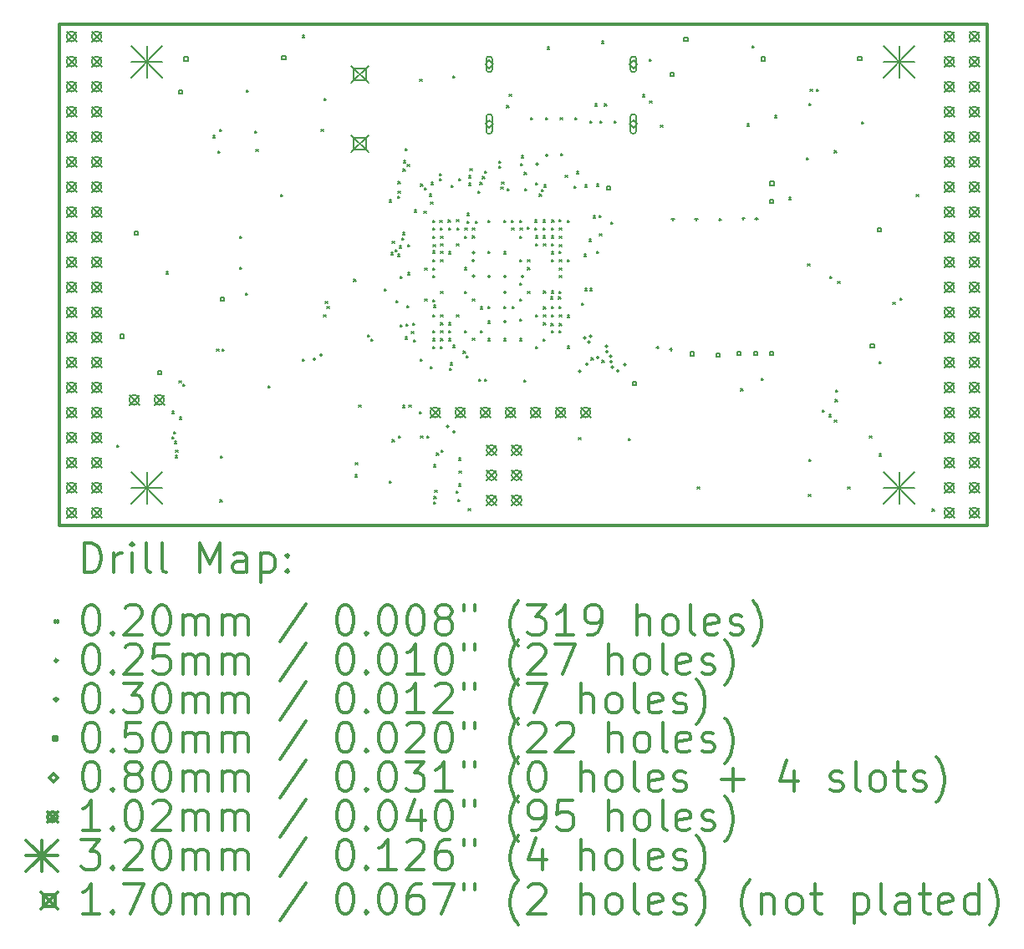
<source format=gbr>
%FSLAX45Y45*%
G04 Gerber Fmt 4.5, Leading zero omitted, Abs format (unit mm)*
G04 Created by KiCad (PCBNEW 4.0.7+dfsg1-1) date Wed Oct 11 15:56:23 2017*
%MOMM*%
%LPD*%
G01*
G04 APERTURE LIST*
%ADD10C,0.127000*%
%ADD11C,0.300000*%
%ADD12C,0.200000*%
G04 APERTURE END LIST*
D10*
D11*
X9410000Y-6142000D02*
X9410000Y-11222000D01*
X18808000Y-6142000D02*
X9410000Y-6142000D01*
X18808000Y-11222000D02*
X18808000Y-6142000D01*
X9410000Y-11222000D02*
X18808000Y-11222000D01*
D12*
X9998000Y-10410000D02*
X10018000Y-10430000D01*
X10018000Y-10410000D02*
X9998000Y-10430000D01*
X10493771Y-8653299D02*
X10513771Y-8673299D01*
X10513771Y-8653299D02*
X10493771Y-8673299D01*
X10555187Y-10325526D02*
X10575187Y-10345526D01*
X10575187Y-10325526D02*
X10555187Y-10345526D01*
X10557972Y-10068392D02*
X10577972Y-10088392D01*
X10577972Y-10068392D02*
X10557972Y-10088392D01*
X10570316Y-10275043D02*
X10590316Y-10295043D01*
X10590316Y-10275043D02*
X10570316Y-10295043D01*
X10580671Y-10371655D02*
X10600671Y-10391655D01*
X10600671Y-10371655D02*
X10580671Y-10391655D01*
X10587368Y-10514871D02*
X10607368Y-10534871D01*
X10607368Y-10514871D02*
X10587368Y-10534871D01*
X10592360Y-10459757D02*
X10612360Y-10479757D01*
X10612360Y-10459757D02*
X10592360Y-10479757D01*
X10626851Y-9756275D02*
X10646851Y-9776275D01*
X10646851Y-9756275D02*
X10626851Y-9776275D01*
X10630117Y-10127790D02*
X10650117Y-10147790D01*
X10650117Y-10127790D02*
X10630117Y-10147790D01*
X10664117Y-9793541D02*
X10684117Y-9813541D01*
X10684117Y-9793541D02*
X10664117Y-9813541D01*
X10972800Y-7273000D02*
X10992800Y-7293000D01*
X10992800Y-7273000D02*
X10972800Y-7293000D01*
X11009310Y-9438989D02*
X11029310Y-9458989D01*
X11029310Y-9438989D02*
X11009310Y-9458989D01*
X11021352Y-7428070D02*
X11041352Y-7448070D01*
X11041352Y-7428070D02*
X11021352Y-7448070D01*
X11038300Y-7211500D02*
X11058300Y-7231500D01*
X11058300Y-7211500D02*
X11038300Y-7231500D01*
X11042966Y-10966034D02*
X11062966Y-10986034D01*
X11062966Y-10966034D02*
X11042966Y-10986034D01*
X11048775Y-10519734D02*
X11068775Y-10539734D01*
X11068775Y-10519734D02*
X11048775Y-10539734D01*
X11061873Y-9435178D02*
X11081873Y-9455178D01*
X11081873Y-9435178D02*
X11061873Y-9455178D01*
X11241500Y-8291000D02*
X11261500Y-8311000D01*
X11261500Y-8291000D02*
X11241500Y-8311000D01*
X11241500Y-8608500D02*
X11261500Y-8628500D01*
X11261500Y-8608500D02*
X11241500Y-8628500D01*
X11298000Y-8870000D02*
X11318000Y-8890000D01*
X11318000Y-8870000D02*
X11298000Y-8890000D01*
X11311224Y-6814440D02*
X11331224Y-6834440D01*
X11331224Y-6814440D02*
X11311224Y-6834440D01*
X11393900Y-7224200D02*
X11413900Y-7244200D01*
X11413900Y-7224200D02*
X11393900Y-7244200D01*
X11406600Y-7414700D02*
X11426600Y-7434700D01*
X11426600Y-7414700D02*
X11406600Y-7434700D01*
X11530468Y-9806782D02*
X11550468Y-9826782D01*
X11550468Y-9806782D02*
X11530468Y-9826782D01*
X11655434Y-7867799D02*
X11675434Y-7887799D01*
X11675434Y-7867799D02*
X11655434Y-7887799D01*
X11874380Y-9539822D02*
X11894380Y-9559822D01*
X11894380Y-9539822D02*
X11874380Y-9559822D01*
X11875869Y-6255897D02*
X11895869Y-6275897D01*
X11895869Y-6255897D02*
X11875869Y-6275897D01*
X12067000Y-7211500D02*
X12087000Y-7231500D01*
X12087000Y-7211500D02*
X12067000Y-7231500D01*
X12093648Y-9090823D02*
X12113648Y-9110823D01*
X12113648Y-9090823D02*
X12093648Y-9110823D01*
X12098665Y-6897853D02*
X12118665Y-6917853D01*
X12118665Y-6897853D02*
X12098665Y-6917853D01*
X12110622Y-8956298D02*
X12130622Y-8976298D01*
X12130622Y-8956298D02*
X12110622Y-8976298D01*
X12126901Y-9006422D02*
X12146901Y-9026422D01*
X12146901Y-9006422D02*
X12126901Y-9026422D01*
X12398000Y-8730000D02*
X12418000Y-8750000D01*
X12418000Y-8730000D02*
X12398000Y-8750000D01*
X12398000Y-8730000D02*
X12418000Y-8750000D01*
X12418000Y-8730000D02*
X12398000Y-8750000D01*
X12410242Y-10710764D02*
X12430242Y-10730764D01*
X12430242Y-10710764D02*
X12410242Y-10730764D01*
X12415398Y-10588254D02*
X12435398Y-10608254D01*
X12435398Y-10588254D02*
X12415398Y-10608254D01*
X12448000Y-10005500D02*
X12468000Y-10025500D01*
X12468000Y-10005500D02*
X12448000Y-10025500D01*
X12538000Y-9290000D02*
X12558000Y-9310000D01*
X12558000Y-9290000D02*
X12538000Y-9310000D01*
X12572728Y-9335266D02*
X12592728Y-9355266D01*
X12592728Y-9335266D02*
X12572728Y-9355266D01*
X12704513Y-8827908D02*
X12724513Y-8847908D01*
X12724513Y-8827908D02*
X12704513Y-8847908D01*
X12754366Y-7925556D02*
X12774366Y-7945556D01*
X12774366Y-7925556D02*
X12754366Y-7945556D01*
X12755664Y-10771679D02*
X12775664Y-10791679D01*
X12775664Y-10771679D02*
X12755664Y-10791679D01*
X12772416Y-8458897D02*
X12792416Y-8478897D01*
X12792416Y-8458897D02*
X12772416Y-8478897D01*
X12785133Y-10356640D02*
X12805133Y-10376640D01*
X12805133Y-10356640D02*
X12785133Y-10376640D01*
X12786626Y-8342795D02*
X12806626Y-8362795D01*
X12806626Y-8342795D02*
X12786626Y-8362795D01*
X12815628Y-8428729D02*
X12835628Y-8448729D01*
X12835628Y-8428729D02*
X12815628Y-8448729D01*
X12822131Y-8943995D02*
X12842131Y-8963995D01*
X12842131Y-8943995D02*
X12822131Y-8963995D01*
X12838971Y-8476738D02*
X12858971Y-8496738D01*
X12858971Y-8476738D02*
X12838971Y-8496738D01*
X12841590Y-7889418D02*
X12861590Y-7909418D01*
X12861590Y-7889418D02*
X12841590Y-7909418D01*
X12844557Y-7737658D02*
X12864557Y-7757658D01*
X12864557Y-7737658D02*
X12844557Y-7757658D01*
X12846973Y-7836992D02*
X12866973Y-7856992D01*
X12866973Y-7836992D02*
X12846973Y-7856992D01*
X12850280Y-10316052D02*
X12870280Y-10336052D01*
X12870280Y-10316052D02*
X12850280Y-10336052D01*
X12856960Y-8392024D02*
X12876960Y-8412024D01*
X12876960Y-8392024D02*
X12856960Y-8412024D01*
X12867063Y-9190984D02*
X12887063Y-9210984D01*
X12887063Y-9190984D02*
X12867063Y-9210984D01*
X12867665Y-8701088D02*
X12887665Y-8721088D01*
X12887665Y-8701088D02*
X12867665Y-8721088D01*
X12884885Y-8308326D02*
X12904885Y-8328326D01*
X12904885Y-8308326D02*
X12884885Y-8328326D01*
X12890520Y-10007480D02*
X12910520Y-10027480D01*
X12910520Y-10007480D02*
X12890520Y-10027480D01*
X12891675Y-8256064D02*
X12911675Y-8276064D01*
X12911675Y-8256064D02*
X12891675Y-8276064D01*
X12896163Y-7612957D02*
X12916163Y-7632957D01*
X12916163Y-7612957D02*
X12896163Y-7632957D01*
X12902225Y-7526361D02*
X12922225Y-7546361D01*
X12922225Y-7526361D02*
X12902225Y-7546361D01*
X12915222Y-7404246D02*
X12935222Y-7424246D01*
X12935222Y-7404246D02*
X12915222Y-7424246D01*
X12915467Y-9314463D02*
X12935467Y-9334463D01*
X12935467Y-9314463D02*
X12915467Y-9334463D01*
X12923676Y-9183899D02*
X12943676Y-9203899D01*
X12943676Y-9183899D02*
X12923676Y-9203899D01*
X12935918Y-8993919D02*
X12955918Y-9013919D01*
X12955918Y-8993919D02*
X12935918Y-9013919D01*
X12939334Y-7563781D02*
X12959334Y-7583781D01*
X12959334Y-7563781D02*
X12939334Y-7583781D01*
X12941393Y-8376098D02*
X12961393Y-8396098D01*
X12961393Y-8376098D02*
X12941393Y-8396098D01*
X12944260Y-8660352D02*
X12964260Y-8680352D01*
X12964260Y-8660352D02*
X12944260Y-8680352D01*
X12956000Y-10005500D02*
X12976000Y-10025500D01*
X12976000Y-10005500D02*
X12956000Y-10025500D01*
X12980206Y-9257825D02*
X13000206Y-9277825D01*
X13000206Y-9257825D02*
X12980206Y-9277825D01*
X12992293Y-9173424D02*
X13012293Y-9193424D01*
X13012293Y-9173424D02*
X12992293Y-9193424D01*
X13004130Y-9342914D02*
X13024130Y-9362914D01*
X13024130Y-9342914D02*
X13004130Y-9362914D01*
X13009682Y-8027773D02*
X13029682Y-8047773D01*
X13029682Y-8027773D02*
X13009682Y-8047773D01*
X13059238Y-10069000D02*
X13079238Y-10089000D01*
X13079238Y-10069000D02*
X13059238Y-10089000D01*
X13066199Y-6701962D02*
X13086199Y-6721962D01*
X13086199Y-6701962D02*
X13066199Y-6721962D01*
X13070707Y-9535414D02*
X13090707Y-9555414D01*
X13090707Y-9535414D02*
X13070707Y-9555414D01*
X13073949Y-10316052D02*
X13093949Y-10336052D01*
X13093949Y-10316052D02*
X13073949Y-10336052D01*
X13075683Y-7764262D02*
X13095683Y-7784262D01*
X13095683Y-7764262D02*
X13075683Y-7784262D01*
X13108000Y-8040000D02*
X13128000Y-8060000D01*
X13128000Y-8040000D02*
X13108000Y-8060000D01*
X13113091Y-7801384D02*
X13133091Y-7821384D01*
X13133091Y-7801384D02*
X13113091Y-7821384D01*
X13115453Y-8615136D02*
X13135453Y-8635136D01*
X13135453Y-8615136D02*
X13115453Y-8635136D01*
X13118000Y-8930000D02*
X13138000Y-8950000D01*
X13138000Y-8930000D02*
X13118000Y-8950000D01*
X13135385Y-10316052D02*
X13155385Y-10336052D01*
X13155385Y-10316052D02*
X13135385Y-10336052D01*
X13160933Y-7864587D02*
X13180933Y-7884587D01*
X13180933Y-7864587D02*
X13160933Y-7884587D01*
X13170890Y-9612737D02*
X13190890Y-9632737D01*
X13190890Y-9612737D02*
X13170890Y-9632737D01*
X13174731Y-7948989D02*
X13194731Y-7968989D01*
X13194731Y-7948989D02*
X13174731Y-7968989D01*
X13182329Y-7748485D02*
X13202329Y-7768485D01*
X13202329Y-7748485D02*
X13182329Y-7768485D01*
X13197765Y-9087799D02*
X13217765Y-9107799D01*
X13217765Y-9087799D02*
X13197765Y-9107799D01*
X13197789Y-8617215D02*
X13217789Y-8637215D01*
X13217789Y-8617215D02*
X13197789Y-8637215D01*
X13197962Y-8532814D02*
X13217962Y-8552814D01*
X13217962Y-8532814D02*
X13197962Y-8552814D01*
X13198000Y-8440334D02*
X13218000Y-8460334D01*
X13218000Y-8440334D02*
X13198000Y-8460334D01*
X13198000Y-8130000D02*
X13218000Y-8150000D01*
X13218000Y-8130000D02*
X13198000Y-8150000D01*
X13198000Y-8207799D02*
X13218000Y-8227799D01*
X13218000Y-8207799D02*
X13198000Y-8227799D01*
X13198000Y-8690000D02*
X13218000Y-8710000D01*
X13218000Y-8690000D02*
X13198000Y-8710000D01*
X13198000Y-8934402D02*
X13218000Y-8954402D01*
X13218000Y-8934402D02*
X13198000Y-8954402D01*
X13198000Y-9250000D02*
X13218000Y-9270000D01*
X13218000Y-9250000D02*
X13198000Y-9270000D01*
X13198000Y-9330000D02*
X13218000Y-9350000D01*
X13218000Y-9330000D02*
X13198000Y-9350000D01*
X13198000Y-9410000D02*
X13218000Y-9430000D01*
X13218000Y-9410000D02*
X13198000Y-9430000D01*
X13198482Y-8292201D02*
X13218482Y-8312201D01*
X13218482Y-8292201D02*
X13198482Y-8312201D01*
X13201744Y-8376602D02*
X13221744Y-8396602D01*
X13221744Y-8376602D02*
X13201744Y-8396602D01*
X13204611Y-10984026D02*
X13224611Y-11004026D01*
X13224611Y-10984026D02*
X13204611Y-11004026D01*
X13205608Y-8993095D02*
X13225608Y-9013095D01*
X13225608Y-8993095D02*
X13205608Y-9013095D01*
X13206286Y-10608587D02*
X13226286Y-10628587D01*
X13226286Y-10608587D02*
X13206286Y-10628587D01*
X13208900Y-10931500D02*
X13228900Y-10951500D01*
X13228900Y-10931500D02*
X13208900Y-10951500D01*
X13218000Y-10870000D02*
X13238000Y-10890000D01*
X13238000Y-10870000D02*
X13218000Y-10890000D01*
X13234844Y-10489450D02*
X13254844Y-10509450D01*
X13254844Y-10489450D02*
X13234844Y-10509450D01*
X13263724Y-7657621D02*
X13283724Y-7677621D01*
X13283724Y-7657621D02*
X13263724Y-7677621D01*
X13266117Y-7710267D02*
X13286117Y-7730267D01*
X13286117Y-7710267D02*
X13266117Y-7730267D01*
X13268333Y-8129999D02*
X13288333Y-8149999D01*
X13288333Y-8129999D02*
X13268333Y-8149999D01*
X13271035Y-8207799D02*
X13291035Y-8227799D01*
X13291035Y-8207799D02*
X13271035Y-8227799D01*
X13274623Y-9409707D02*
X13294623Y-9429707D01*
X13294623Y-9409707D02*
X13274623Y-9429707D01*
X13277580Y-8532814D02*
X13297580Y-8552814D01*
X13297580Y-8532814D02*
X13277580Y-8552814D01*
X13278000Y-8292201D02*
X13298000Y-8312201D01*
X13298000Y-8292201D02*
X13278000Y-8312201D01*
X13278000Y-8850000D02*
X13298000Y-8870000D01*
X13298000Y-8850000D02*
X13278000Y-8870000D01*
X13278000Y-9090000D02*
X13298000Y-9110000D01*
X13298000Y-9090000D02*
X13278000Y-9110000D01*
X13278000Y-9170000D02*
X13298000Y-9190000D01*
X13298000Y-9170000D02*
X13278000Y-9190000D01*
X13278000Y-9250000D02*
X13298000Y-9270000D01*
X13298000Y-9250000D02*
X13278000Y-9270000D01*
X13278000Y-9330000D02*
X13298000Y-9350000D01*
X13298000Y-9330000D02*
X13278000Y-9350000D01*
X13278042Y-8446122D02*
X13298042Y-8466122D01*
X13298042Y-8446122D02*
X13278042Y-8466122D01*
X13278650Y-8367799D02*
X13298650Y-8387799D01*
X13298650Y-8367799D02*
X13278650Y-8387799D01*
X13283696Y-10459892D02*
X13303696Y-10479892D01*
X13303696Y-10459892D02*
X13283696Y-10479892D01*
X13352734Y-8129641D02*
X13372734Y-8149641D01*
X13372734Y-8129641D02*
X13352734Y-8149641D01*
X13355436Y-8207799D02*
X13375436Y-8227799D01*
X13375436Y-8207799D02*
X13355436Y-8227799D01*
X13357194Y-8449520D02*
X13377194Y-8469520D01*
X13377194Y-8449520D02*
X13357194Y-8469520D01*
X13358000Y-9170000D02*
X13378000Y-9190000D01*
X13378000Y-9170000D02*
X13358000Y-9190000D01*
X13358000Y-9250000D02*
X13378000Y-9270000D01*
X13378000Y-9250000D02*
X13358000Y-9270000D01*
X13358567Y-9330248D02*
X13378567Y-9350248D01*
X13378567Y-9330248D02*
X13358567Y-9350248D01*
X13366285Y-9629515D02*
X13386285Y-9649515D01*
X13386285Y-9629515D02*
X13366285Y-9649515D01*
X13375239Y-9577580D02*
X13395239Y-9597580D01*
X13395239Y-9577580D02*
X13375239Y-9597580D01*
X13382219Y-7775484D02*
X13402219Y-7795484D01*
X13402219Y-7775484D02*
X13382219Y-7795484D01*
X13397916Y-6668615D02*
X13417916Y-6688615D01*
X13417916Y-6668615D02*
X13397916Y-6688615D01*
X13401302Y-9399908D02*
X13421302Y-9419908D01*
X13421302Y-9399908D02*
X13401302Y-9419908D01*
X13436400Y-10874197D02*
X13456400Y-10894197D01*
X13456400Y-10874197D02*
X13436400Y-10894197D01*
X13437135Y-8124791D02*
X13457135Y-8144791D01*
X13457135Y-8124791D02*
X13437135Y-8144791D01*
X13438000Y-8370000D02*
X13458000Y-8390000D01*
X13458000Y-8370000D02*
X13438000Y-8390000D01*
X13438000Y-9090000D02*
X13458000Y-9110000D01*
X13458000Y-9090000D02*
X13438000Y-9110000D01*
X13440141Y-8207758D02*
X13460141Y-8227758D01*
X13460141Y-8207758D02*
X13440141Y-8227758D01*
X13453687Y-10961995D02*
X13473687Y-10981995D01*
X13473687Y-10961995D02*
X13453687Y-10981995D01*
X13457587Y-10803159D02*
X13477587Y-10823159D01*
X13477587Y-10803159D02*
X13457587Y-10823159D01*
X13460201Y-7710000D02*
X13480201Y-7730000D01*
X13480201Y-7710000D02*
X13460201Y-7730000D01*
X13460735Y-10540845D02*
X13480735Y-10560845D01*
X13480735Y-10540845D02*
X13460735Y-10560845D01*
X13465065Y-10671051D02*
X13485065Y-10691051D01*
X13485065Y-10671051D02*
X13465065Y-10691051D01*
X13507267Y-9458948D02*
X13527267Y-9478948D01*
X13527267Y-9458948D02*
X13507267Y-9478948D01*
X13517331Y-8851860D02*
X13537331Y-8871860D01*
X13537331Y-8851860D02*
X13517331Y-8871860D01*
X13518000Y-8292201D02*
X13538000Y-8312201D01*
X13538000Y-8292201D02*
X13518000Y-8312201D01*
X13518000Y-8610000D02*
X13538000Y-8630000D01*
X13538000Y-8610000D02*
X13518000Y-8630000D01*
X13518000Y-9250000D02*
X13538000Y-9270000D01*
X13538000Y-9250000D02*
X13518000Y-9270000D01*
X13524542Y-8207681D02*
X13544542Y-8227681D01*
X13544542Y-8207681D02*
X13524542Y-8227681D01*
X13535699Y-9501881D02*
X13555699Y-9521881D01*
X13555699Y-9501881D02*
X13535699Y-9521881D01*
X13546744Y-8060230D02*
X13566744Y-8080230D01*
X13566744Y-8060230D02*
X13546744Y-8080230D01*
X13546744Y-8138922D02*
X13566744Y-8158922D01*
X13566744Y-8138922D02*
X13546744Y-8158922D01*
X13555656Y-11051071D02*
X13575656Y-11071071D01*
X13575656Y-11051071D02*
X13555656Y-11071071D01*
X13559498Y-7754855D02*
X13579498Y-7774855D01*
X13579498Y-7754855D02*
X13559498Y-7774855D01*
X13562542Y-7680938D02*
X13582542Y-7700938D01*
X13582542Y-7680938D02*
X13562542Y-7700938D01*
X13573070Y-7610061D02*
X13593070Y-7630061D01*
X13593070Y-7610061D02*
X13573070Y-7630061D01*
X13598000Y-8210000D02*
X13618000Y-8230000D01*
X13618000Y-8210000D02*
X13598000Y-8230000D01*
X13598000Y-8290000D02*
X13618000Y-8310000D01*
X13618000Y-8290000D02*
X13598000Y-8310000D01*
X13598517Y-8929483D02*
X13618517Y-8949483D01*
X13618517Y-8929483D02*
X13598517Y-8949483D01*
X13599596Y-9326965D02*
X13619596Y-9346965D01*
X13619596Y-9326965D02*
X13599596Y-9346965D01*
X13631144Y-8139731D02*
X13651144Y-8159731D01*
X13651144Y-8139731D02*
X13631144Y-8159731D01*
X13653412Y-7835167D02*
X13673412Y-7855167D01*
X13673412Y-7835167D02*
X13653412Y-7855167D01*
X13664090Y-9741450D02*
X13684090Y-9761450D01*
X13684090Y-9741450D02*
X13664090Y-9761450D01*
X13675600Y-7746298D02*
X13695600Y-7766298D01*
X13695600Y-7746298D02*
X13675600Y-7766298D01*
X13678000Y-9250000D02*
X13698000Y-9270000D01*
X13698000Y-9250000D02*
X13678000Y-9270000D01*
X13678517Y-9009483D02*
X13698517Y-9029483D01*
X13698517Y-9009483D02*
X13678517Y-9029483D01*
X13700695Y-7687992D02*
X13720695Y-7707992D01*
X13720695Y-7687992D02*
X13700695Y-7707992D01*
X13719559Y-9743802D02*
X13739559Y-9763802D01*
X13739559Y-9743802D02*
X13719559Y-9763802D01*
X13720873Y-7631502D02*
X13740873Y-7651502D01*
X13740873Y-7631502D02*
X13720873Y-7651502D01*
X13755905Y-9153803D02*
X13775905Y-9173803D01*
X13775905Y-9153803D02*
X13755905Y-9173803D01*
X13758000Y-8130000D02*
X13778000Y-8150000D01*
X13778000Y-8130000D02*
X13758000Y-8150000D01*
X13758000Y-9007299D02*
X13778000Y-9027299D01*
X13778000Y-9007299D02*
X13758000Y-9027299D01*
X13758000Y-9330000D02*
X13778000Y-9350000D01*
X13778000Y-9330000D02*
X13758000Y-9350000D01*
X13758056Y-8443409D02*
X13778056Y-8463409D01*
X13778056Y-8443409D02*
X13758056Y-8463409D01*
X13867568Y-7584299D02*
X13887568Y-7604299D01*
X13887568Y-7584299D02*
X13867568Y-7604299D01*
X13867920Y-7530076D02*
X13887920Y-7550076D01*
X13887920Y-7530076D02*
X13867920Y-7550076D01*
X13886806Y-7794095D02*
X13906806Y-7814095D01*
X13906806Y-7794095D02*
X13886806Y-7814095D01*
X13894936Y-7742024D02*
X13914936Y-7762024D01*
X13914936Y-7742024D02*
X13894936Y-7762024D01*
X13917252Y-8451135D02*
X13937252Y-8471135D01*
X13937252Y-8451135D02*
X13917252Y-8471135D01*
X13918000Y-8130000D02*
X13938000Y-8150000D01*
X13938000Y-8130000D02*
X13918000Y-8150000D01*
X13918000Y-9002299D02*
X13938000Y-9022299D01*
X13938000Y-9002299D02*
X13918000Y-9022299D01*
X13918000Y-9330000D02*
X13938000Y-9350000D01*
X13938000Y-9330000D02*
X13918000Y-9350000D01*
X13947561Y-6969286D02*
X13967561Y-6989286D01*
X13967561Y-6969286D02*
X13947561Y-6989286D01*
X13948512Y-7810586D02*
X13968512Y-7830586D01*
X13968512Y-7810586D02*
X13948512Y-7830586D01*
X13972000Y-6856567D02*
X13992000Y-6876567D01*
X13992000Y-6856567D02*
X13972000Y-6876567D01*
X13993599Y-8130000D02*
X14013599Y-8150000D01*
X14013599Y-8130000D02*
X13993599Y-8150000D01*
X13998000Y-8210000D02*
X14018000Y-8230000D01*
X14018000Y-8210000D02*
X13998000Y-8230000D01*
X13999489Y-9002299D02*
X14019489Y-9022299D01*
X14019489Y-9002299D02*
X13999489Y-9022299D01*
X14076403Y-8294140D02*
X14096403Y-8314140D01*
X14096403Y-8294140D02*
X14076403Y-8314140D01*
X14077419Y-9133335D02*
X14097419Y-9153335D01*
X14097419Y-9133335D02*
X14077419Y-9153335D01*
X14078000Y-8130000D02*
X14098000Y-8150000D01*
X14098000Y-8130000D02*
X14078000Y-8150000D01*
X14078000Y-8530000D02*
X14098000Y-8550000D01*
X14098000Y-8530000D02*
X14078000Y-8550000D01*
X14078000Y-8770000D02*
X14098000Y-8790000D01*
X14098000Y-8770000D02*
X14078000Y-8790000D01*
X14078000Y-8930000D02*
X14098000Y-8950000D01*
X14098000Y-8930000D02*
X14078000Y-8950000D01*
X14078000Y-9330000D02*
X14098000Y-9350000D01*
X14098000Y-9330000D02*
X14078000Y-9350000D01*
X14082401Y-8207928D02*
X14102401Y-8227928D01*
X14102401Y-8207928D02*
X14082401Y-8227928D01*
X14088006Y-7558194D02*
X14108006Y-7578194D01*
X14108006Y-7558194D02*
X14088006Y-7578194D01*
X14094664Y-7477380D02*
X14114664Y-7497380D01*
X14114664Y-7477380D02*
X14094664Y-7497380D01*
X14118000Y-9750000D02*
X14138000Y-9770000D01*
X14138000Y-9750000D02*
X14118000Y-9770000D01*
X14124297Y-7645500D02*
X14144297Y-7665500D01*
X14144297Y-7645500D02*
X14124297Y-7665500D01*
X14128016Y-7812697D02*
X14148016Y-7832697D01*
X14148016Y-7812697D02*
X14128016Y-7832697D01*
X14155799Y-8203034D02*
X14175799Y-8223034D01*
X14175799Y-8203034D02*
X14155799Y-8223034D01*
X14158000Y-8530000D02*
X14178000Y-8550000D01*
X14178000Y-8530000D02*
X14158000Y-8550000D01*
X14158000Y-8610000D02*
X14178000Y-8630000D01*
X14178000Y-8610000D02*
X14158000Y-8630000D01*
X14158000Y-8850000D02*
X14178000Y-8870000D01*
X14178000Y-8850000D02*
X14158000Y-8870000D01*
X14190056Y-7090851D02*
X14210056Y-7110851D01*
X14210056Y-7090851D02*
X14190056Y-7110851D01*
X14229642Y-8209139D02*
X14249642Y-8229139D01*
X14249642Y-8209139D02*
X14229642Y-8229139D01*
X14231398Y-8128224D02*
X14251398Y-8148224D01*
X14251398Y-8128224D02*
X14231398Y-8148224D01*
X14237355Y-8289891D02*
X14257355Y-8309891D01*
X14257355Y-8289891D02*
X14237355Y-8309891D01*
X14238000Y-7750000D02*
X14258000Y-7770000D01*
X14258000Y-7750000D02*
X14238000Y-7770000D01*
X14238000Y-8370000D02*
X14258000Y-8390000D01*
X14258000Y-8370000D02*
X14238000Y-8390000D01*
X14238000Y-9090000D02*
X14258000Y-9110000D01*
X14258000Y-9090000D02*
X14238000Y-9110000D01*
X14238000Y-9410000D02*
X14258000Y-9430000D01*
X14258000Y-9410000D02*
X14238000Y-9430000D01*
X14275272Y-7865993D02*
X14295272Y-7885993D01*
X14295272Y-7865993D02*
X14275272Y-7885993D01*
X14300511Y-7819522D02*
X14320511Y-7839522D01*
X14320511Y-7819522D02*
X14300511Y-7839522D01*
X14315799Y-8127963D02*
X14335799Y-8147963D01*
X14335799Y-8127963D02*
X14315799Y-8147963D01*
X14315799Y-8210715D02*
X14335799Y-8230715D01*
X14335799Y-8210715D02*
X14315799Y-8230715D01*
X14315799Y-8290000D02*
X14335799Y-8310000D01*
X14335799Y-8290000D02*
X14315799Y-8310000D01*
X14315801Y-9332315D02*
X14335801Y-9352315D01*
X14335801Y-9332315D02*
X14315801Y-9352315D01*
X14317803Y-8849503D02*
X14337803Y-8869503D01*
X14337803Y-8849503D02*
X14317803Y-8869503D01*
X14318000Y-8370000D02*
X14338000Y-8390000D01*
X14338000Y-8370000D02*
X14318000Y-8390000D01*
X14318000Y-9090000D02*
X14338000Y-9110000D01*
X14338000Y-9090000D02*
X14318000Y-9110000D01*
X14318000Y-9170000D02*
X14338000Y-9190000D01*
X14338000Y-9170000D02*
X14318000Y-9190000D01*
X14318182Y-9010195D02*
X14338182Y-9030195D01*
X14338182Y-9010195D02*
X14318182Y-9030195D01*
X14323180Y-7771946D02*
X14343180Y-7791946D01*
X14343180Y-7771946D02*
X14323180Y-7791946D01*
X14338035Y-7091653D02*
X14358035Y-7111653D01*
X14358035Y-7091653D02*
X14338035Y-7111653D01*
X14355067Y-6376252D02*
X14375067Y-6396252D01*
X14375067Y-6376252D02*
X14355067Y-6396252D01*
X14388995Y-8907799D02*
X14408995Y-8927799D01*
X14408995Y-8907799D02*
X14388995Y-8927799D01*
X14396483Y-9177765D02*
X14416483Y-9197765D01*
X14416483Y-9177765D02*
X14396483Y-9197765D01*
X14398000Y-9090000D02*
X14418000Y-9110000D01*
X14418000Y-9090000D02*
X14398000Y-9110000D01*
X14398242Y-9003286D02*
X14418242Y-9023286D01*
X14418242Y-9003286D02*
X14398242Y-9023286D01*
X14398283Y-8848451D02*
X14418283Y-8868451D01*
X14418283Y-8848451D02*
X14398283Y-8868451D01*
X14400201Y-8208560D02*
X14420201Y-8228560D01*
X14420201Y-8208560D02*
X14400201Y-8228560D01*
X14400201Y-8290000D02*
X14420201Y-8310000D01*
X14420201Y-8290000D02*
X14400201Y-8310000D01*
X14400201Y-8370000D02*
X14420201Y-8390000D01*
X14420201Y-8370000D02*
X14400201Y-8390000D01*
X14400201Y-8450000D02*
X14420201Y-8470000D01*
X14420201Y-8450000D02*
X14400201Y-8470000D01*
X14400201Y-8529722D02*
X14420201Y-8549722D01*
X14420201Y-8529722D02*
X14400201Y-8549722D01*
X14400201Y-9250000D02*
X14420201Y-9270000D01*
X14420201Y-9250000D02*
X14400201Y-9270000D01*
X14404602Y-8127478D02*
X14424602Y-8147478D01*
X14424602Y-8127478D02*
X14404602Y-8147478D01*
X14471061Y-8907799D02*
X14491061Y-8927799D01*
X14491061Y-8907799D02*
X14471061Y-8927799D01*
X14476639Y-8123398D02*
X14496639Y-8143398D01*
X14496639Y-8123398D02*
X14476639Y-8143398D01*
X14476724Y-9006446D02*
X14496724Y-9026446D01*
X14496724Y-9006446D02*
X14476724Y-9026446D01*
X14477765Y-8852201D02*
X14497765Y-8872201D01*
X14497765Y-8852201D02*
X14477765Y-8872201D01*
X14477769Y-8443293D02*
X14497769Y-8463293D01*
X14497769Y-8443293D02*
X14477769Y-8463293D01*
X14478235Y-9247799D02*
X14498235Y-9267799D01*
X14498235Y-9247799D02*
X14478235Y-9267799D01*
X14478509Y-8207799D02*
X14498509Y-8227799D01*
X14498509Y-8207799D02*
X14478509Y-8227799D01*
X14478654Y-8528519D02*
X14498654Y-8548519D01*
X14498654Y-8528519D02*
X14478654Y-8548519D01*
X14478856Y-8689382D02*
X14498856Y-8709382D01*
X14498856Y-8689382D02*
X14478856Y-8709382D01*
X14479038Y-8376602D02*
X14499038Y-8396602D01*
X14499038Y-8376602D02*
X14479038Y-8396602D01*
X14479163Y-9090847D02*
X14499163Y-9110847D01*
X14499163Y-9090847D02*
X14479163Y-9110847D01*
X14479410Y-8292201D02*
X14499410Y-8312201D01*
X14499410Y-8292201D02*
X14479410Y-8312201D01*
X14479577Y-9177444D02*
X14499577Y-9197444D01*
X14499577Y-9177444D02*
X14479577Y-9197444D01*
X14480128Y-8616874D02*
X14500128Y-8636874D01*
X14500128Y-8616874D02*
X14480128Y-8636874D01*
X14487842Y-7092405D02*
X14507842Y-7112405D01*
X14507842Y-7092405D02*
X14487842Y-7112405D01*
X14491706Y-7455585D02*
X14511706Y-7475585D01*
X14511706Y-7455585D02*
X14491706Y-7475585D01*
X14539401Y-7673483D02*
X14559401Y-7693483D01*
X14559401Y-7673483D02*
X14539401Y-7693483D01*
X14558000Y-8130000D02*
X14578000Y-8150000D01*
X14578000Y-8130000D02*
X14558000Y-8150000D01*
X14558000Y-8532201D02*
X14578000Y-8552201D01*
X14578000Y-8532201D02*
X14558000Y-8552201D01*
X14558000Y-9407799D02*
X14578000Y-9427799D01*
X14578000Y-9407799D02*
X14558000Y-9427799D01*
X14561303Y-9092201D02*
X14581303Y-9112201D01*
X14581303Y-9092201D02*
X14561303Y-9112201D01*
X14628717Y-7783934D02*
X14648717Y-7803934D01*
X14648717Y-7783934D02*
X14628717Y-7803934D01*
X14636897Y-7089394D02*
X14656897Y-7109394D01*
X14656897Y-7089394D02*
X14636897Y-7109394D01*
X14652765Y-7636130D02*
X14672765Y-7656130D01*
X14672765Y-7636130D02*
X14652765Y-7656130D01*
X14674429Y-10335274D02*
X14694429Y-10355274D01*
X14694429Y-10335274D02*
X14674429Y-10355274D01*
X14702593Y-8970288D02*
X14722593Y-8990288D01*
X14722593Y-8970288D02*
X14702593Y-8990288D01*
X14732247Y-8475859D02*
X14752247Y-8495859D01*
X14752247Y-8475859D02*
X14732247Y-8495859D01*
X14737067Y-8822484D02*
X14757067Y-8842484D01*
X14757067Y-8822484D02*
X14737067Y-8842484D01*
X14738000Y-7772201D02*
X14758000Y-7792201D01*
X14758000Y-7772201D02*
X14738000Y-7792201D01*
X14779417Y-8323581D02*
X14799417Y-8343581D01*
X14799417Y-8323581D02*
X14779417Y-8343581D01*
X14788736Y-7127779D02*
X14808736Y-7147779D01*
X14808736Y-7127779D02*
X14788736Y-7147779D01*
X14789768Y-8822484D02*
X14809768Y-8842484D01*
X14809768Y-8822484D02*
X14789768Y-8842484D01*
X14800281Y-9523902D02*
X14820281Y-9543902D01*
X14820281Y-9523902D02*
X14800281Y-9543902D01*
X14823777Y-8087578D02*
X14843777Y-8107578D01*
X14843777Y-8087578D02*
X14823777Y-8107578D01*
X14837783Y-6951968D02*
X14857783Y-6971968D01*
X14857783Y-6951968D02*
X14837783Y-6971968D01*
X14853988Y-7762935D02*
X14873988Y-7782935D01*
X14873988Y-7762935D02*
X14853988Y-7782935D01*
X14856880Y-8445039D02*
X14876880Y-8465039D01*
X14876880Y-8445039D02*
X14856880Y-8465039D01*
X14883585Y-8079901D02*
X14903585Y-8099901D01*
X14903585Y-8079901D02*
X14883585Y-8099901D01*
X14887565Y-8265534D02*
X14907565Y-8285534D01*
X14907565Y-8265534D02*
X14887565Y-8285534D01*
X14889119Y-7127779D02*
X14909119Y-7147779D01*
X14909119Y-7127779D02*
X14889119Y-7147779D01*
X14908375Y-6315711D02*
X14928375Y-6335711D01*
X14928375Y-6315711D02*
X14908375Y-6335711D01*
X14910771Y-9550529D02*
X14930771Y-9570529D01*
X14930771Y-9550529D02*
X14910771Y-9570529D01*
X14937595Y-6951968D02*
X14957595Y-6971968D01*
X14957595Y-6951968D02*
X14937595Y-6971968D01*
X14998000Y-8150000D02*
X15018000Y-8170000D01*
X15018000Y-8150000D02*
X14998000Y-8170000D01*
X15035722Y-7127779D02*
X15055722Y-7147779D01*
X15055722Y-7127779D02*
X15035722Y-7147779D01*
X15179638Y-10341072D02*
X15199638Y-10361072D01*
X15199638Y-10341072D02*
X15179638Y-10361072D01*
X15322234Y-6857342D02*
X15342234Y-6877342D01*
X15342234Y-6857342D02*
X15322234Y-6877342D01*
X15388420Y-6497712D02*
X15408420Y-6517712D01*
X15408420Y-6497712D02*
X15388420Y-6517712D01*
X15394400Y-6919400D02*
X15414400Y-6939400D01*
X15414400Y-6919400D02*
X15394400Y-6939400D01*
X15504936Y-7166453D02*
X15524936Y-7186453D01*
X15524936Y-7166453D02*
X15504936Y-7186453D01*
X15877000Y-10831000D02*
X15897000Y-10851000D01*
X15897000Y-10831000D02*
X15877000Y-10851000D01*
X16317742Y-9840172D02*
X16337742Y-9860172D01*
X16337742Y-9840172D02*
X16317742Y-9860172D01*
X16380885Y-7155186D02*
X16400885Y-7175186D01*
X16400885Y-7155186D02*
X16380885Y-7175186D01*
X16433388Y-6363745D02*
X16453388Y-6383745D01*
X16453388Y-6363745D02*
X16433388Y-6383745D01*
X16524921Y-9732292D02*
X16544921Y-9752292D01*
X16544921Y-9732292D02*
X16524921Y-9752292D01*
X16657891Y-7070355D02*
X16677891Y-7090355D01*
X16677891Y-7070355D02*
X16657891Y-7090355D01*
X16806644Y-7900804D02*
X16826644Y-7920804D01*
X16826644Y-7900804D02*
X16806644Y-7920804D01*
X16979535Y-7499299D02*
X16999535Y-7519299D01*
X16999535Y-7499299D02*
X16979535Y-7519299D01*
X16994600Y-8570400D02*
X17014600Y-8590400D01*
X17014600Y-8570400D02*
X16994600Y-8590400D01*
X17002604Y-10911247D02*
X17022604Y-10931247D01*
X17022604Y-10911247D02*
X17002604Y-10931247D01*
X17005773Y-10556635D02*
X17025773Y-10576635D01*
X17025773Y-10556635D02*
X17005773Y-10576635D01*
X17008296Y-6947101D02*
X17028296Y-6967101D01*
X17028296Y-6947101D02*
X17008296Y-6967101D01*
X17020000Y-6805100D02*
X17040000Y-6825100D01*
X17040000Y-6805100D02*
X17020000Y-6825100D01*
X17085000Y-6802556D02*
X17105000Y-6822556D01*
X17105000Y-6802556D02*
X17085000Y-6822556D01*
X17144030Y-10054574D02*
X17164030Y-10074574D01*
X17164030Y-10054574D02*
X17144030Y-10074574D01*
X17209336Y-10100566D02*
X17229336Y-10120566D01*
X17229336Y-10100566D02*
X17209336Y-10120566D01*
X17218956Y-8702405D02*
X17238956Y-8722405D01*
X17238956Y-8702405D02*
X17218956Y-8722405D01*
X17264664Y-7424799D02*
X17284664Y-7444799D01*
X17284664Y-7424799D02*
X17264664Y-7444799D01*
X17266127Y-10155168D02*
X17286127Y-10175168D01*
X17286127Y-10155168D02*
X17266127Y-10175168D01*
X17273463Y-9949992D02*
X17293463Y-9969992D01*
X17293463Y-9949992D02*
X17273463Y-9969992D01*
X17277992Y-9851865D02*
X17297992Y-9871865D01*
X17297992Y-9851865D02*
X17277992Y-9871865D01*
X17299400Y-8748200D02*
X17319400Y-8768200D01*
X17319400Y-8748200D02*
X17299400Y-8768200D01*
X17401000Y-10831000D02*
X17421000Y-10851000D01*
X17421000Y-10831000D02*
X17401000Y-10851000D01*
X17539563Y-7135743D02*
X17559563Y-7155743D01*
X17559563Y-7135743D02*
X17539563Y-7155743D01*
X17620559Y-10317981D02*
X17640559Y-10337981D01*
X17640559Y-10317981D02*
X17620559Y-10337981D01*
X17717400Y-10497912D02*
X17737400Y-10517912D01*
X17737400Y-10497912D02*
X17717400Y-10517912D01*
X17718500Y-9561000D02*
X17738500Y-9581000D01*
X17738500Y-9561000D02*
X17718500Y-9581000D01*
X17856591Y-8961390D02*
X17876591Y-8981390D01*
X17876591Y-8961390D02*
X17856591Y-8981390D01*
X17927598Y-8921781D02*
X17947598Y-8941781D01*
X17947598Y-8921781D02*
X17927598Y-8941781D01*
X18096500Y-7868500D02*
X18116500Y-7888500D01*
X18116500Y-7868500D02*
X18096500Y-7888500D01*
X18255436Y-11056584D02*
X18275436Y-11076584D01*
X18275436Y-11056584D02*
X18255436Y-11076584D01*
X12010516Y-9541295D02*
G75*
G03X12010516Y-9541295I-12700J0D01*
G01*
X12076103Y-9497760D02*
G75*
G03X12076103Y-9497760I-12700J0D01*
G01*
X13357629Y-10223262D02*
G75*
G03X13357629Y-10223262I-12700J0D01*
G01*
X13420141Y-10275223D02*
G75*
G03X13420141Y-10275223I-12700J0D01*
G01*
X13620700Y-8460000D02*
G75*
G03X13620700Y-8460000I-12700J0D01*
G01*
X13620700Y-8540000D02*
G75*
G03X13620700Y-8540000I-12700J0D01*
G01*
X13623799Y-8699540D02*
G75*
G03X13623799Y-8699540I-12700J0D01*
G01*
X13780700Y-8700000D02*
G75*
G03X13780700Y-8700000I-12700J0D01*
G01*
X13939164Y-9161521D02*
G75*
G03X13939164Y-9161521I-12700J0D01*
G01*
X13940700Y-8700000D02*
G75*
G03X13940700Y-8700000I-12700J0D01*
G01*
X13940700Y-8860000D02*
G75*
G03X13940700Y-8860000I-12700J0D01*
G01*
X14116986Y-8699500D02*
G75*
G03X14116986Y-8699500I-12700J0D01*
G01*
X14265799Y-7566284D02*
G75*
G03X14265799Y-7566284I-12700J0D01*
G01*
X14365259Y-7474977D02*
G75*
G03X14365259Y-7474977I-12700J0D01*
G01*
X14698950Y-9661750D02*
G75*
G03X14698950Y-9661750I-12700J0D01*
G01*
X14748323Y-9321914D02*
G75*
G03X14748323Y-9321914I-12700J0D01*
G01*
X14766147Y-9591326D02*
G75*
G03X14766147Y-9591326I-12700J0D01*
G01*
X14790471Y-9369101D02*
G75*
G03X14790471Y-9369101I-12700J0D01*
G01*
X14804230Y-9306098D02*
G75*
G03X14804230Y-9306098I-12700J0D01*
G01*
X14878093Y-9524901D02*
G75*
G03X14878093Y-9524901I-12700J0D01*
G01*
X14969298Y-9405479D02*
G75*
G03X14969298Y-9405479I-12700J0D01*
G01*
X14971152Y-9463550D02*
G75*
G03X14971152Y-9463550I-12700J0D01*
G01*
X15007952Y-9508512D02*
G75*
G03X15007952Y-9508512I-12700J0D01*
G01*
X15016044Y-9566047D02*
G75*
G03X15016044Y-9566047I-12700J0D01*
G01*
X15027622Y-9622983D02*
G75*
G03X15027622Y-9622983I-12700J0D01*
G01*
X15084750Y-9657580D02*
G75*
G03X15084750Y-9657580I-12700J0D01*
G01*
X15157504Y-9595169D02*
G75*
G03X15157504Y-9595169I-12700J0D01*
G01*
X15472629Y-9402136D02*
X15472629Y-9432136D01*
X15457629Y-9417136D02*
X15487629Y-9417136D01*
X15607711Y-9423078D02*
X15607711Y-9453078D01*
X15592711Y-9438078D02*
X15622711Y-9438078D01*
X15628000Y-8106084D02*
X15628000Y-8136084D01*
X15613000Y-8121084D02*
X15643000Y-8121084D01*
X15868000Y-8106084D02*
X15868000Y-8136084D01*
X15853000Y-8121084D02*
X15883000Y-8121084D01*
X16106799Y-8106612D02*
X16106799Y-8136612D01*
X16091799Y-8121612D02*
X16121799Y-8121612D01*
X16342203Y-8097066D02*
X16342203Y-8127066D01*
X16327203Y-8112066D02*
X16357203Y-8112066D01*
X16474183Y-8098057D02*
X16474183Y-8128057D01*
X16459183Y-8113057D02*
X16489183Y-8113057D01*
X10065668Y-9324068D02*
X10065668Y-9288713D01*
X10030313Y-9288713D01*
X10030313Y-9324068D01*
X10065668Y-9324068D01*
X10210884Y-8276183D02*
X10210884Y-8240827D01*
X10175529Y-8240827D01*
X10175529Y-8276183D01*
X10210884Y-8276183D01*
X10448586Y-9690837D02*
X10448586Y-9655482D01*
X10413231Y-9655482D01*
X10413231Y-9690837D01*
X10448586Y-9690837D01*
X10659458Y-6848926D02*
X10659458Y-6813570D01*
X10624103Y-6813570D01*
X10624103Y-6848926D01*
X10659458Y-6848926D01*
X10715159Y-6513075D02*
X10715159Y-6477720D01*
X10679803Y-6477720D01*
X10679803Y-6513075D01*
X10715159Y-6513075D01*
X11079415Y-8946398D02*
X11079415Y-8911042D01*
X11044059Y-8911042D01*
X11044059Y-8946398D01*
X11079415Y-8946398D01*
X11705728Y-6497972D02*
X11705728Y-6462616D01*
X11670372Y-6462616D01*
X11670372Y-6497972D01*
X11705728Y-6497972D01*
X14992842Y-7820612D02*
X14992842Y-7785257D01*
X14957486Y-7785257D01*
X14957486Y-7820612D01*
X14992842Y-7820612D01*
X15253976Y-9802555D02*
X15253976Y-9767199D01*
X15218621Y-9767199D01*
X15218621Y-9802555D01*
X15253976Y-9802555D01*
X15641236Y-6672514D02*
X15641236Y-6637158D01*
X15605880Y-6637158D01*
X15605880Y-6672514D01*
X15641236Y-6672514D01*
X15777678Y-6312078D02*
X15777678Y-6276722D01*
X15742322Y-6276722D01*
X15742322Y-6312078D01*
X15777678Y-6312078D01*
X15841046Y-9502939D02*
X15841046Y-9467584D01*
X15805691Y-9467584D01*
X15805691Y-9502939D01*
X15841046Y-9502939D01*
X16105267Y-9516553D02*
X16105267Y-9481197D01*
X16069912Y-9481197D01*
X16069912Y-9516553D01*
X16105267Y-9516553D01*
X16316953Y-9499696D02*
X16316953Y-9464341D01*
X16281597Y-9464341D01*
X16281597Y-9499696D01*
X16316953Y-9499696D01*
X16483055Y-9500233D02*
X16483055Y-9464877D01*
X16447699Y-9464877D01*
X16447699Y-9500233D01*
X16483055Y-9500233D01*
X16559402Y-6513144D02*
X16559402Y-6477789D01*
X16524047Y-6477789D01*
X16524047Y-6513144D01*
X16559402Y-6513144D01*
X16642573Y-7958481D02*
X16642573Y-7923125D01*
X16607218Y-7923125D01*
X16607218Y-7958481D01*
X16642573Y-7958481D01*
X16645678Y-9497678D02*
X16645678Y-9462322D01*
X16610322Y-9462322D01*
X16610322Y-9497678D01*
X16645678Y-9497678D01*
X16649839Y-7774906D02*
X16649839Y-7739550D01*
X16614484Y-7739550D01*
X16614484Y-7774906D01*
X16649839Y-7774906D01*
X17538711Y-6512572D02*
X17538711Y-6477216D01*
X17503355Y-6477216D01*
X17503355Y-6512572D01*
X17538711Y-6512572D01*
X17665108Y-9424587D02*
X17665108Y-9389232D01*
X17629753Y-9389232D01*
X17629753Y-9424587D01*
X17665108Y-9424587D01*
X17740669Y-8245813D02*
X17740669Y-8210457D01*
X17705313Y-8210457D01*
X17705313Y-8245813D01*
X17740669Y-8245813D01*
X13768000Y-6590000D02*
X13808000Y-6550000D01*
X13768000Y-6510000D01*
X13728000Y-6550000D01*
X13768000Y-6590000D01*
X13738000Y-6500000D02*
X13738000Y-6600000D01*
X13798000Y-6500000D02*
X13798000Y-6600000D01*
X13738000Y-6600000D02*
G75*
G03X13798000Y-6600000I30000J0D01*
G01*
X13798000Y-6500000D02*
G75*
G03X13738000Y-6500000I-30000J0D01*
G01*
X13768000Y-7195000D02*
X13808000Y-7155000D01*
X13768000Y-7115000D01*
X13728000Y-7155000D01*
X13768000Y-7195000D01*
X13738000Y-7085000D02*
X13738000Y-7225000D01*
X13798000Y-7085000D02*
X13798000Y-7225000D01*
X13738000Y-7225000D02*
G75*
G03X13798000Y-7225000I30000J0D01*
G01*
X13798000Y-7085000D02*
G75*
G03X13738000Y-7085000I-30000J0D01*
G01*
X15228000Y-6590000D02*
X15268000Y-6550000D01*
X15228000Y-6510000D01*
X15188000Y-6550000D01*
X15228000Y-6590000D01*
X15198000Y-6500000D02*
X15198000Y-6600000D01*
X15258000Y-6500000D02*
X15258000Y-6600000D01*
X15198000Y-6600000D02*
G75*
G03X15258000Y-6600000I30000J0D01*
G01*
X15258000Y-6500000D02*
G75*
G03X15198000Y-6500000I-30000J0D01*
G01*
X15228000Y-7195000D02*
X15268000Y-7155000D01*
X15228000Y-7115000D01*
X15188000Y-7155000D01*
X15228000Y-7195000D01*
X15198000Y-7085000D02*
X15198000Y-7225000D01*
X15258000Y-7085000D02*
X15258000Y-7225000D01*
X15198000Y-7225000D02*
G75*
G03X15258000Y-7225000I30000J0D01*
G01*
X15258000Y-7085000D02*
G75*
G03X15198000Y-7085000I-30000J0D01*
G01*
X9486200Y-6218200D02*
X9587800Y-6319800D01*
X9587800Y-6218200D02*
X9486200Y-6319800D01*
X9587800Y-6269000D02*
G75*
G03X9587800Y-6269000I-50800J0D01*
G01*
X9486200Y-6472200D02*
X9587800Y-6573800D01*
X9587800Y-6472200D02*
X9486200Y-6573800D01*
X9587800Y-6523000D02*
G75*
G03X9587800Y-6523000I-50800J0D01*
G01*
X9486200Y-6726200D02*
X9587800Y-6827800D01*
X9587800Y-6726200D02*
X9486200Y-6827800D01*
X9587800Y-6777000D02*
G75*
G03X9587800Y-6777000I-50800J0D01*
G01*
X9486200Y-6980200D02*
X9587800Y-7081800D01*
X9587800Y-6980200D02*
X9486200Y-7081800D01*
X9587800Y-7031000D02*
G75*
G03X9587800Y-7031000I-50800J0D01*
G01*
X9486200Y-7234200D02*
X9587800Y-7335800D01*
X9587800Y-7234200D02*
X9486200Y-7335800D01*
X9587800Y-7285000D02*
G75*
G03X9587800Y-7285000I-50800J0D01*
G01*
X9486200Y-7488200D02*
X9587800Y-7589800D01*
X9587800Y-7488200D02*
X9486200Y-7589800D01*
X9587800Y-7539000D02*
G75*
G03X9587800Y-7539000I-50800J0D01*
G01*
X9486200Y-7742200D02*
X9587800Y-7843800D01*
X9587800Y-7742200D02*
X9486200Y-7843800D01*
X9587800Y-7793000D02*
G75*
G03X9587800Y-7793000I-50800J0D01*
G01*
X9486200Y-7996200D02*
X9587800Y-8097800D01*
X9587800Y-7996200D02*
X9486200Y-8097800D01*
X9587800Y-8047000D02*
G75*
G03X9587800Y-8047000I-50800J0D01*
G01*
X9486200Y-8250200D02*
X9587800Y-8351800D01*
X9587800Y-8250200D02*
X9486200Y-8351800D01*
X9587800Y-8301000D02*
G75*
G03X9587800Y-8301000I-50800J0D01*
G01*
X9486200Y-8504200D02*
X9587800Y-8605800D01*
X9587800Y-8504200D02*
X9486200Y-8605800D01*
X9587800Y-8555000D02*
G75*
G03X9587800Y-8555000I-50800J0D01*
G01*
X9486200Y-8758200D02*
X9587800Y-8859800D01*
X9587800Y-8758200D02*
X9486200Y-8859800D01*
X9587800Y-8809000D02*
G75*
G03X9587800Y-8809000I-50800J0D01*
G01*
X9486200Y-9012200D02*
X9587800Y-9113800D01*
X9587800Y-9012200D02*
X9486200Y-9113800D01*
X9587800Y-9063000D02*
G75*
G03X9587800Y-9063000I-50800J0D01*
G01*
X9486200Y-9266200D02*
X9587800Y-9367800D01*
X9587800Y-9266200D02*
X9486200Y-9367800D01*
X9587800Y-9317000D02*
G75*
G03X9587800Y-9317000I-50800J0D01*
G01*
X9486200Y-9520200D02*
X9587800Y-9621800D01*
X9587800Y-9520200D02*
X9486200Y-9621800D01*
X9587800Y-9571000D02*
G75*
G03X9587800Y-9571000I-50800J0D01*
G01*
X9486200Y-9774200D02*
X9587800Y-9875800D01*
X9587800Y-9774200D02*
X9486200Y-9875800D01*
X9587800Y-9825000D02*
G75*
G03X9587800Y-9825000I-50800J0D01*
G01*
X9486200Y-10028200D02*
X9587800Y-10129800D01*
X9587800Y-10028200D02*
X9486200Y-10129800D01*
X9587800Y-10079000D02*
G75*
G03X9587800Y-10079000I-50800J0D01*
G01*
X9486200Y-10282200D02*
X9587800Y-10383800D01*
X9587800Y-10282200D02*
X9486200Y-10383800D01*
X9587800Y-10333000D02*
G75*
G03X9587800Y-10333000I-50800J0D01*
G01*
X9486200Y-10536200D02*
X9587800Y-10637800D01*
X9587800Y-10536200D02*
X9486200Y-10637800D01*
X9587800Y-10587000D02*
G75*
G03X9587800Y-10587000I-50800J0D01*
G01*
X9486200Y-10790200D02*
X9587800Y-10891800D01*
X9587800Y-10790200D02*
X9486200Y-10891800D01*
X9587800Y-10841000D02*
G75*
G03X9587800Y-10841000I-50800J0D01*
G01*
X9486200Y-11044200D02*
X9587800Y-11145800D01*
X9587800Y-11044200D02*
X9486200Y-11145800D01*
X9587800Y-11095000D02*
G75*
G03X9587800Y-11095000I-50800J0D01*
G01*
X9740200Y-6218200D02*
X9841800Y-6319800D01*
X9841800Y-6218200D02*
X9740200Y-6319800D01*
X9841800Y-6269000D02*
G75*
G03X9841800Y-6269000I-50800J0D01*
G01*
X9740200Y-6472200D02*
X9841800Y-6573800D01*
X9841800Y-6472200D02*
X9740200Y-6573800D01*
X9841800Y-6523000D02*
G75*
G03X9841800Y-6523000I-50800J0D01*
G01*
X9740200Y-6726200D02*
X9841800Y-6827800D01*
X9841800Y-6726200D02*
X9740200Y-6827800D01*
X9841800Y-6777000D02*
G75*
G03X9841800Y-6777000I-50800J0D01*
G01*
X9740200Y-6980200D02*
X9841800Y-7081800D01*
X9841800Y-6980200D02*
X9740200Y-7081800D01*
X9841800Y-7031000D02*
G75*
G03X9841800Y-7031000I-50800J0D01*
G01*
X9740200Y-7234200D02*
X9841800Y-7335800D01*
X9841800Y-7234200D02*
X9740200Y-7335800D01*
X9841800Y-7285000D02*
G75*
G03X9841800Y-7285000I-50800J0D01*
G01*
X9740200Y-7488200D02*
X9841800Y-7589800D01*
X9841800Y-7488200D02*
X9740200Y-7589800D01*
X9841800Y-7539000D02*
G75*
G03X9841800Y-7539000I-50800J0D01*
G01*
X9740200Y-7742200D02*
X9841800Y-7843800D01*
X9841800Y-7742200D02*
X9740200Y-7843800D01*
X9841800Y-7793000D02*
G75*
G03X9841800Y-7793000I-50800J0D01*
G01*
X9740200Y-7996200D02*
X9841800Y-8097800D01*
X9841800Y-7996200D02*
X9740200Y-8097800D01*
X9841800Y-8047000D02*
G75*
G03X9841800Y-8047000I-50800J0D01*
G01*
X9740200Y-8250200D02*
X9841800Y-8351800D01*
X9841800Y-8250200D02*
X9740200Y-8351800D01*
X9841800Y-8301000D02*
G75*
G03X9841800Y-8301000I-50800J0D01*
G01*
X9740200Y-8504200D02*
X9841800Y-8605800D01*
X9841800Y-8504200D02*
X9740200Y-8605800D01*
X9841800Y-8555000D02*
G75*
G03X9841800Y-8555000I-50800J0D01*
G01*
X9740200Y-8758200D02*
X9841800Y-8859800D01*
X9841800Y-8758200D02*
X9740200Y-8859800D01*
X9841800Y-8809000D02*
G75*
G03X9841800Y-8809000I-50800J0D01*
G01*
X9740200Y-9012200D02*
X9841800Y-9113800D01*
X9841800Y-9012200D02*
X9740200Y-9113800D01*
X9841800Y-9063000D02*
G75*
G03X9841800Y-9063000I-50800J0D01*
G01*
X9740200Y-9266200D02*
X9841800Y-9367800D01*
X9841800Y-9266200D02*
X9740200Y-9367800D01*
X9841800Y-9317000D02*
G75*
G03X9841800Y-9317000I-50800J0D01*
G01*
X9740200Y-9520200D02*
X9841800Y-9621800D01*
X9841800Y-9520200D02*
X9740200Y-9621800D01*
X9841800Y-9571000D02*
G75*
G03X9841800Y-9571000I-50800J0D01*
G01*
X9740200Y-9774200D02*
X9841800Y-9875800D01*
X9841800Y-9774200D02*
X9740200Y-9875800D01*
X9841800Y-9825000D02*
G75*
G03X9841800Y-9825000I-50800J0D01*
G01*
X9740200Y-10028200D02*
X9841800Y-10129800D01*
X9841800Y-10028200D02*
X9740200Y-10129800D01*
X9841800Y-10079000D02*
G75*
G03X9841800Y-10079000I-50800J0D01*
G01*
X9740200Y-10282200D02*
X9841800Y-10383800D01*
X9841800Y-10282200D02*
X9740200Y-10383800D01*
X9841800Y-10333000D02*
G75*
G03X9841800Y-10333000I-50800J0D01*
G01*
X9740200Y-10536200D02*
X9841800Y-10637800D01*
X9841800Y-10536200D02*
X9740200Y-10637800D01*
X9841800Y-10587000D02*
G75*
G03X9841800Y-10587000I-50800J0D01*
G01*
X9740200Y-10790200D02*
X9841800Y-10891800D01*
X9841800Y-10790200D02*
X9740200Y-10891800D01*
X9841800Y-10841000D02*
G75*
G03X9841800Y-10841000I-50800J0D01*
G01*
X9740200Y-11044200D02*
X9841800Y-11145800D01*
X9841800Y-11044200D02*
X9740200Y-11145800D01*
X9841800Y-11095000D02*
G75*
G03X9841800Y-11095000I-50800J0D01*
G01*
X10121200Y-9901200D02*
X10222800Y-10002800D01*
X10222800Y-9901200D02*
X10121200Y-10002800D01*
X10222800Y-9952000D02*
G75*
G03X10222800Y-9952000I-50800J0D01*
G01*
X10375200Y-9901200D02*
X10476800Y-10002800D01*
X10476800Y-9901200D02*
X10375200Y-10002800D01*
X10476800Y-9952000D02*
G75*
G03X10476800Y-9952000I-50800J0D01*
G01*
X13169200Y-10028200D02*
X13270800Y-10129800D01*
X13270800Y-10028200D02*
X13169200Y-10129800D01*
X13270800Y-10079000D02*
G75*
G03X13270800Y-10079000I-50800J0D01*
G01*
X13423200Y-10028200D02*
X13524800Y-10129800D01*
X13524800Y-10028200D02*
X13423200Y-10129800D01*
X13524800Y-10079000D02*
G75*
G03X13524800Y-10079000I-50800J0D01*
G01*
X13677200Y-10028200D02*
X13778800Y-10129800D01*
X13778800Y-10028200D02*
X13677200Y-10129800D01*
X13778800Y-10079000D02*
G75*
G03X13778800Y-10079000I-50800J0D01*
G01*
X13740700Y-10409200D02*
X13842300Y-10510800D01*
X13842300Y-10409200D02*
X13740700Y-10510800D01*
X13842300Y-10460000D02*
G75*
G03X13842300Y-10460000I-50800J0D01*
G01*
X13740700Y-10663200D02*
X13842300Y-10764800D01*
X13842300Y-10663200D02*
X13740700Y-10764800D01*
X13842300Y-10714000D02*
G75*
G03X13842300Y-10714000I-50800J0D01*
G01*
X13740700Y-10917200D02*
X13842300Y-11018800D01*
X13842300Y-10917200D02*
X13740700Y-11018800D01*
X13842300Y-10968000D02*
G75*
G03X13842300Y-10968000I-50800J0D01*
G01*
X13931200Y-10028200D02*
X14032800Y-10129800D01*
X14032800Y-10028200D02*
X13931200Y-10129800D01*
X14032800Y-10079000D02*
G75*
G03X14032800Y-10079000I-50800J0D01*
G01*
X13994700Y-10409200D02*
X14096300Y-10510800D01*
X14096300Y-10409200D02*
X13994700Y-10510800D01*
X14096300Y-10460000D02*
G75*
G03X14096300Y-10460000I-50800J0D01*
G01*
X13994700Y-10663200D02*
X14096300Y-10764800D01*
X14096300Y-10663200D02*
X13994700Y-10764800D01*
X14096300Y-10714000D02*
G75*
G03X14096300Y-10714000I-50800J0D01*
G01*
X13994700Y-10917200D02*
X14096300Y-11018800D01*
X14096300Y-10917200D02*
X13994700Y-11018800D01*
X14096300Y-10968000D02*
G75*
G03X14096300Y-10968000I-50800J0D01*
G01*
X14185200Y-10028200D02*
X14286800Y-10129800D01*
X14286800Y-10028200D02*
X14185200Y-10129800D01*
X14286800Y-10079000D02*
G75*
G03X14286800Y-10079000I-50800J0D01*
G01*
X14439200Y-10028200D02*
X14540800Y-10129800D01*
X14540800Y-10028200D02*
X14439200Y-10129800D01*
X14540800Y-10079000D02*
G75*
G03X14540800Y-10079000I-50800J0D01*
G01*
X14693200Y-10028200D02*
X14794800Y-10129800D01*
X14794800Y-10028200D02*
X14693200Y-10129800D01*
X14794800Y-10079000D02*
G75*
G03X14794800Y-10079000I-50800J0D01*
G01*
X18376200Y-6218200D02*
X18477800Y-6319800D01*
X18477800Y-6218200D02*
X18376200Y-6319800D01*
X18477800Y-6269000D02*
G75*
G03X18477800Y-6269000I-50800J0D01*
G01*
X18376200Y-6472200D02*
X18477800Y-6573800D01*
X18477800Y-6472200D02*
X18376200Y-6573800D01*
X18477800Y-6523000D02*
G75*
G03X18477800Y-6523000I-50800J0D01*
G01*
X18376200Y-6726200D02*
X18477800Y-6827800D01*
X18477800Y-6726200D02*
X18376200Y-6827800D01*
X18477800Y-6777000D02*
G75*
G03X18477800Y-6777000I-50800J0D01*
G01*
X18376200Y-6980200D02*
X18477800Y-7081800D01*
X18477800Y-6980200D02*
X18376200Y-7081800D01*
X18477800Y-7031000D02*
G75*
G03X18477800Y-7031000I-50800J0D01*
G01*
X18376200Y-7234200D02*
X18477800Y-7335800D01*
X18477800Y-7234200D02*
X18376200Y-7335800D01*
X18477800Y-7285000D02*
G75*
G03X18477800Y-7285000I-50800J0D01*
G01*
X18376200Y-7488200D02*
X18477800Y-7589800D01*
X18477800Y-7488200D02*
X18376200Y-7589800D01*
X18477800Y-7539000D02*
G75*
G03X18477800Y-7539000I-50800J0D01*
G01*
X18376200Y-7742200D02*
X18477800Y-7843800D01*
X18477800Y-7742200D02*
X18376200Y-7843800D01*
X18477800Y-7793000D02*
G75*
G03X18477800Y-7793000I-50800J0D01*
G01*
X18376200Y-7996200D02*
X18477800Y-8097800D01*
X18477800Y-7996200D02*
X18376200Y-8097800D01*
X18477800Y-8047000D02*
G75*
G03X18477800Y-8047000I-50800J0D01*
G01*
X18376200Y-8250200D02*
X18477800Y-8351800D01*
X18477800Y-8250200D02*
X18376200Y-8351800D01*
X18477800Y-8301000D02*
G75*
G03X18477800Y-8301000I-50800J0D01*
G01*
X18376200Y-8504200D02*
X18477800Y-8605800D01*
X18477800Y-8504200D02*
X18376200Y-8605800D01*
X18477800Y-8555000D02*
G75*
G03X18477800Y-8555000I-50800J0D01*
G01*
X18376200Y-8758200D02*
X18477800Y-8859800D01*
X18477800Y-8758200D02*
X18376200Y-8859800D01*
X18477800Y-8809000D02*
G75*
G03X18477800Y-8809000I-50800J0D01*
G01*
X18376200Y-9012200D02*
X18477800Y-9113800D01*
X18477800Y-9012200D02*
X18376200Y-9113800D01*
X18477800Y-9063000D02*
G75*
G03X18477800Y-9063000I-50800J0D01*
G01*
X18376200Y-9266200D02*
X18477800Y-9367800D01*
X18477800Y-9266200D02*
X18376200Y-9367800D01*
X18477800Y-9317000D02*
G75*
G03X18477800Y-9317000I-50800J0D01*
G01*
X18376200Y-9520200D02*
X18477800Y-9621800D01*
X18477800Y-9520200D02*
X18376200Y-9621800D01*
X18477800Y-9571000D02*
G75*
G03X18477800Y-9571000I-50800J0D01*
G01*
X18376200Y-9774200D02*
X18477800Y-9875800D01*
X18477800Y-9774200D02*
X18376200Y-9875800D01*
X18477800Y-9825000D02*
G75*
G03X18477800Y-9825000I-50800J0D01*
G01*
X18376200Y-10028200D02*
X18477800Y-10129800D01*
X18477800Y-10028200D02*
X18376200Y-10129800D01*
X18477800Y-10079000D02*
G75*
G03X18477800Y-10079000I-50800J0D01*
G01*
X18376200Y-10282200D02*
X18477800Y-10383800D01*
X18477800Y-10282200D02*
X18376200Y-10383800D01*
X18477800Y-10333000D02*
G75*
G03X18477800Y-10333000I-50800J0D01*
G01*
X18376200Y-10536200D02*
X18477800Y-10637800D01*
X18477800Y-10536200D02*
X18376200Y-10637800D01*
X18477800Y-10587000D02*
G75*
G03X18477800Y-10587000I-50800J0D01*
G01*
X18376200Y-10790200D02*
X18477800Y-10891800D01*
X18477800Y-10790200D02*
X18376200Y-10891800D01*
X18477800Y-10841000D02*
G75*
G03X18477800Y-10841000I-50800J0D01*
G01*
X18376200Y-11044200D02*
X18477800Y-11145800D01*
X18477800Y-11044200D02*
X18376200Y-11145800D01*
X18477800Y-11095000D02*
G75*
G03X18477800Y-11095000I-50800J0D01*
G01*
X18630200Y-6218200D02*
X18731800Y-6319800D01*
X18731800Y-6218200D02*
X18630200Y-6319800D01*
X18731800Y-6269000D02*
G75*
G03X18731800Y-6269000I-50800J0D01*
G01*
X18630200Y-6472200D02*
X18731800Y-6573800D01*
X18731800Y-6472200D02*
X18630200Y-6573800D01*
X18731800Y-6523000D02*
G75*
G03X18731800Y-6523000I-50800J0D01*
G01*
X18630200Y-6726200D02*
X18731800Y-6827800D01*
X18731800Y-6726200D02*
X18630200Y-6827800D01*
X18731800Y-6777000D02*
G75*
G03X18731800Y-6777000I-50800J0D01*
G01*
X18630200Y-6980200D02*
X18731800Y-7081800D01*
X18731800Y-6980200D02*
X18630200Y-7081800D01*
X18731800Y-7031000D02*
G75*
G03X18731800Y-7031000I-50800J0D01*
G01*
X18630200Y-7234200D02*
X18731800Y-7335800D01*
X18731800Y-7234200D02*
X18630200Y-7335800D01*
X18731800Y-7285000D02*
G75*
G03X18731800Y-7285000I-50800J0D01*
G01*
X18630200Y-7488200D02*
X18731800Y-7589800D01*
X18731800Y-7488200D02*
X18630200Y-7589800D01*
X18731800Y-7539000D02*
G75*
G03X18731800Y-7539000I-50800J0D01*
G01*
X18630200Y-7742200D02*
X18731800Y-7843800D01*
X18731800Y-7742200D02*
X18630200Y-7843800D01*
X18731800Y-7793000D02*
G75*
G03X18731800Y-7793000I-50800J0D01*
G01*
X18630200Y-7996200D02*
X18731800Y-8097800D01*
X18731800Y-7996200D02*
X18630200Y-8097800D01*
X18731800Y-8047000D02*
G75*
G03X18731800Y-8047000I-50800J0D01*
G01*
X18630200Y-8250200D02*
X18731800Y-8351800D01*
X18731800Y-8250200D02*
X18630200Y-8351800D01*
X18731800Y-8301000D02*
G75*
G03X18731800Y-8301000I-50800J0D01*
G01*
X18630200Y-8504200D02*
X18731800Y-8605800D01*
X18731800Y-8504200D02*
X18630200Y-8605800D01*
X18731800Y-8555000D02*
G75*
G03X18731800Y-8555000I-50800J0D01*
G01*
X18630200Y-8758200D02*
X18731800Y-8859800D01*
X18731800Y-8758200D02*
X18630200Y-8859800D01*
X18731800Y-8809000D02*
G75*
G03X18731800Y-8809000I-50800J0D01*
G01*
X18630200Y-9012200D02*
X18731800Y-9113800D01*
X18731800Y-9012200D02*
X18630200Y-9113800D01*
X18731800Y-9063000D02*
G75*
G03X18731800Y-9063000I-50800J0D01*
G01*
X18630200Y-9266200D02*
X18731800Y-9367800D01*
X18731800Y-9266200D02*
X18630200Y-9367800D01*
X18731800Y-9317000D02*
G75*
G03X18731800Y-9317000I-50800J0D01*
G01*
X18630200Y-9520200D02*
X18731800Y-9621800D01*
X18731800Y-9520200D02*
X18630200Y-9621800D01*
X18731800Y-9571000D02*
G75*
G03X18731800Y-9571000I-50800J0D01*
G01*
X18630200Y-9774200D02*
X18731800Y-9875800D01*
X18731800Y-9774200D02*
X18630200Y-9875800D01*
X18731800Y-9825000D02*
G75*
G03X18731800Y-9825000I-50800J0D01*
G01*
X18630200Y-10028200D02*
X18731800Y-10129800D01*
X18731800Y-10028200D02*
X18630200Y-10129800D01*
X18731800Y-10079000D02*
G75*
G03X18731800Y-10079000I-50800J0D01*
G01*
X18630200Y-10282200D02*
X18731800Y-10383800D01*
X18731800Y-10282200D02*
X18630200Y-10383800D01*
X18731800Y-10333000D02*
G75*
G03X18731800Y-10333000I-50800J0D01*
G01*
X18630200Y-10536200D02*
X18731800Y-10637800D01*
X18731800Y-10536200D02*
X18630200Y-10637800D01*
X18731800Y-10587000D02*
G75*
G03X18731800Y-10587000I-50800J0D01*
G01*
X18630200Y-10790200D02*
X18731800Y-10891800D01*
X18731800Y-10790200D02*
X18630200Y-10891800D01*
X18731800Y-10841000D02*
G75*
G03X18731800Y-10841000I-50800J0D01*
G01*
X18630200Y-11044200D02*
X18731800Y-11145800D01*
X18731800Y-11044200D02*
X18630200Y-11145800D01*
X18731800Y-11095000D02*
G75*
G03X18731800Y-11095000I-50800J0D01*
G01*
X10139000Y-6363000D02*
X10459000Y-6683000D01*
X10459000Y-6363000D02*
X10139000Y-6683000D01*
X10299000Y-6363000D02*
X10299000Y-6683000D01*
X10139000Y-6523000D02*
X10459000Y-6523000D01*
X10139000Y-10681000D02*
X10459000Y-11001000D01*
X10459000Y-10681000D02*
X10139000Y-11001000D01*
X10299000Y-10681000D02*
X10299000Y-11001000D01*
X10139000Y-10841000D02*
X10459000Y-10841000D01*
X17759000Y-6363000D02*
X18079000Y-6683000D01*
X18079000Y-6363000D02*
X17759000Y-6683000D01*
X17919000Y-6363000D02*
X17919000Y-6683000D01*
X17759000Y-6523000D02*
X18079000Y-6523000D01*
X17759000Y-10681000D02*
X18079000Y-11001000D01*
X18079000Y-10681000D02*
X17759000Y-11001000D01*
X17919000Y-10681000D02*
X17919000Y-11001000D01*
X17759000Y-10841000D02*
X18079000Y-10841000D01*
X12373000Y-6569000D02*
X12543000Y-6739000D01*
X12543000Y-6569000D02*
X12373000Y-6739000D01*
X12518105Y-6714105D02*
X12518105Y-6593895D01*
X12397895Y-6593895D01*
X12397895Y-6714105D01*
X12518105Y-6714105D01*
X12373000Y-7269000D02*
X12543000Y-7439000D01*
X12543000Y-7269000D02*
X12373000Y-7439000D01*
X12518105Y-7414105D02*
X12518105Y-7293895D01*
X12397895Y-7293895D01*
X12397895Y-7414105D01*
X12518105Y-7414105D01*
D11*
X9666429Y-11702714D02*
X9666429Y-11402714D01*
X9737857Y-11402714D01*
X9780714Y-11417000D01*
X9809286Y-11445571D01*
X9823571Y-11474143D01*
X9837857Y-11531286D01*
X9837857Y-11574143D01*
X9823571Y-11631286D01*
X9809286Y-11659857D01*
X9780714Y-11688429D01*
X9737857Y-11702714D01*
X9666429Y-11702714D01*
X9966429Y-11702714D02*
X9966429Y-11502714D01*
X9966429Y-11559857D02*
X9980714Y-11531286D01*
X9995000Y-11517000D01*
X10023571Y-11502714D01*
X10052143Y-11502714D01*
X10152143Y-11702714D02*
X10152143Y-11502714D01*
X10152143Y-11402714D02*
X10137857Y-11417000D01*
X10152143Y-11431286D01*
X10166429Y-11417000D01*
X10152143Y-11402714D01*
X10152143Y-11431286D01*
X10337857Y-11702714D02*
X10309286Y-11688429D01*
X10295000Y-11659857D01*
X10295000Y-11402714D01*
X10495000Y-11702714D02*
X10466429Y-11688429D01*
X10452143Y-11659857D01*
X10452143Y-11402714D01*
X10837857Y-11702714D02*
X10837857Y-11402714D01*
X10937857Y-11617000D01*
X11037857Y-11402714D01*
X11037857Y-11702714D01*
X11309286Y-11702714D02*
X11309286Y-11545571D01*
X11295000Y-11517000D01*
X11266428Y-11502714D01*
X11209286Y-11502714D01*
X11180714Y-11517000D01*
X11309286Y-11688429D02*
X11280714Y-11702714D01*
X11209286Y-11702714D01*
X11180714Y-11688429D01*
X11166429Y-11659857D01*
X11166429Y-11631286D01*
X11180714Y-11602714D01*
X11209286Y-11588429D01*
X11280714Y-11588429D01*
X11309286Y-11574143D01*
X11452143Y-11502714D02*
X11452143Y-11802714D01*
X11452143Y-11517000D02*
X11480714Y-11502714D01*
X11537857Y-11502714D01*
X11566428Y-11517000D01*
X11580714Y-11531286D01*
X11595000Y-11559857D01*
X11595000Y-11645571D01*
X11580714Y-11674143D01*
X11566428Y-11688429D01*
X11537857Y-11702714D01*
X11480714Y-11702714D01*
X11452143Y-11688429D01*
X11723571Y-11674143D02*
X11737857Y-11688429D01*
X11723571Y-11702714D01*
X11709286Y-11688429D01*
X11723571Y-11674143D01*
X11723571Y-11702714D01*
X11723571Y-11517000D02*
X11737857Y-11531286D01*
X11723571Y-11545571D01*
X11709286Y-11531286D01*
X11723571Y-11517000D01*
X11723571Y-11545571D01*
X9375000Y-12187000D02*
X9395000Y-12207000D01*
X9395000Y-12187000D02*
X9375000Y-12207000D01*
X9723571Y-12032714D02*
X9752143Y-12032714D01*
X9780714Y-12047000D01*
X9795000Y-12061286D01*
X9809286Y-12089857D01*
X9823571Y-12147000D01*
X9823571Y-12218429D01*
X9809286Y-12275571D01*
X9795000Y-12304143D01*
X9780714Y-12318429D01*
X9752143Y-12332714D01*
X9723571Y-12332714D01*
X9695000Y-12318429D01*
X9680714Y-12304143D01*
X9666429Y-12275571D01*
X9652143Y-12218429D01*
X9652143Y-12147000D01*
X9666429Y-12089857D01*
X9680714Y-12061286D01*
X9695000Y-12047000D01*
X9723571Y-12032714D01*
X9952143Y-12304143D02*
X9966429Y-12318429D01*
X9952143Y-12332714D01*
X9937857Y-12318429D01*
X9952143Y-12304143D01*
X9952143Y-12332714D01*
X10080714Y-12061286D02*
X10095000Y-12047000D01*
X10123571Y-12032714D01*
X10195000Y-12032714D01*
X10223571Y-12047000D01*
X10237857Y-12061286D01*
X10252143Y-12089857D01*
X10252143Y-12118429D01*
X10237857Y-12161286D01*
X10066428Y-12332714D01*
X10252143Y-12332714D01*
X10437857Y-12032714D02*
X10466429Y-12032714D01*
X10495000Y-12047000D01*
X10509286Y-12061286D01*
X10523571Y-12089857D01*
X10537857Y-12147000D01*
X10537857Y-12218429D01*
X10523571Y-12275571D01*
X10509286Y-12304143D01*
X10495000Y-12318429D01*
X10466429Y-12332714D01*
X10437857Y-12332714D01*
X10409286Y-12318429D01*
X10395000Y-12304143D01*
X10380714Y-12275571D01*
X10366429Y-12218429D01*
X10366429Y-12147000D01*
X10380714Y-12089857D01*
X10395000Y-12061286D01*
X10409286Y-12047000D01*
X10437857Y-12032714D01*
X10666429Y-12332714D02*
X10666429Y-12132714D01*
X10666429Y-12161286D02*
X10680714Y-12147000D01*
X10709286Y-12132714D01*
X10752143Y-12132714D01*
X10780714Y-12147000D01*
X10795000Y-12175571D01*
X10795000Y-12332714D01*
X10795000Y-12175571D02*
X10809286Y-12147000D01*
X10837857Y-12132714D01*
X10880714Y-12132714D01*
X10909286Y-12147000D01*
X10923571Y-12175571D01*
X10923571Y-12332714D01*
X11066429Y-12332714D02*
X11066429Y-12132714D01*
X11066429Y-12161286D02*
X11080714Y-12147000D01*
X11109286Y-12132714D01*
X11152143Y-12132714D01*
X11180714Y-12147000D01*
X11195000Y-12175571D01*
X11195000Y-12332714D01*
X11195000Y-12175571D02*
X11209286Y-12147000D01*
X11237857Y-12132714D01*
X11280714Y-12132714D01*
X11309286Y-12147000D01*
X11323571Y-12175571D01*
X11323571Y-12332714D01*
X11909286Y-12018429D02*
X11652143Y-12404143D01*
X12295000Y-12032714D02*
X12323571Y-12032714D01*
X12352143Y-12047000D01*
X12366428Y-12061286D01*
X12380714Y-12089857D01*
X12395000Y-12147000D01*
X12395000Y-12218429D01*
X12380714Y-12275571D01*
X12366428Y-12304143D01*
X12352143Y-12318429D01*
X12323571Y-12332714D01*
X12295000Y-12332714D01*
X12266428Y-12318429D01*
X12252143Y-12304143D01*
X12237857Y-12275571D01*
X12223571Y-12218429D01*
X12223571Y-12147000D01*
X12237857Y-12089857D01*
X12252143Y-12061286D01*
X12266428Y-12047000D01*
X12295000Y-12032714D01*
X12523571Y-12304143D02*
X12537857Y-12318429D01*
X12523571Y-12332714D01*
X12509286Y-12318429D01*
X12523571Y-12304143D01*
X12523571Y-12332714D01*
X12723571Y-12032714D02*
X12752143Y-12032714D01*
X12780714Y-12047000D01*
X12795000Y-12061286D01*
X12809285Y-12089857D01*
X12823571Y-12147000D01*
X12823571Y-12218429D01*
X12809285Y-12275571D01*
X12795000Y-12304143D01*
X12780714Y-12318429D01*
X12752143Y-12332714D01*
X12723571Y-12332714D01*
X12695000Y-12318429D01*
X12680714Y-12304143D01*
X12666428Y-12275571D01*
X12652143Y-12218429D01*
X12652143Y-12147000D01*
X12666428Y-12089857D01*
X12680714Y-12061286D01*
X12695000Y-12047000D01*
X12723571Y-12032714D01*
X13009285Y-12032714D02*
X13037857Y-12032714D01*
X13066428Y-12047000D01*
X13080714Y-12061286D01*
X13095000Y-12089857D01*
X13109285Y-12147000D01*
X13109285Y-12218429D01*
X13095000Y-12275571D01*
X13080714Y-12304143D01*
X13066428Y-12318429D01*
X13037857Y-12332714D01*
X13009285Y-12332714D01*
X12980714Y-12318429D01*
X12966428Y-12304143D01*
X12952143Y-12275571D01*
X12937857Y-12218429D01*
X12937857Y-12147000D01*
X12952143Y-12089857D01*
X12966428Y-12061286D01*
X12980714Y-12047000D01*
X13009285Y-12032714D01*
X13280714Y-12161286D02*
X13252143Y-12147000D01*
X13237857Y-12132714D01*
X13223571Y-12104143D01*
X13223571Y-12089857D01*
X13237857Y-12061286D01*
X13252143Y-12047000D01*
X13280714Y-12032714D01*
X13337857Y-12032714D01*
X13366428Y-12047000D01*
X13380714Y-12061286D01*
X13395000Y-12089857D01*
X13395000Y-12104143D01*
X13380714Y-12132714D01*
X13366428Y-12147000D01*
X13337857Y-12161286D01*
X13280714Y-12161286D01*
X13252143Y-12175571D01*
X13237857Y-12189857D01*
X13223571Y-12218429D01*
X13223571Y-12275571D01*
X13237857Y-12304143D01*
X13252143Y-12318429D01*
X13280714Y-12332714D01*
X13337857Y-12332714D01*
X13366428Y-12318429D01*
X13380714Y-12304143D01*
X13395000Y-12275571D01*
X13395000Y-12218429D01*
X13380714Y-12189857D01*
X13366428Y-12175571D01*
X13337857Y-12161286D01*
X13509286Y-12032714D02*
X13509286Y-12089857D01*
X13623571Y-12032714D02*
X13623571Y-12089857D01*
X14066428Y-12447000D02*
X14052143Y-12432714D01*
X14023571Y-12389857D01*
X14009285Y-12361286D01*
X13995000Y-12318429D01*
X13980714Y-12247000D01*
X13980714Y-12189857D01*
X13995000Y-12118429D01*
X14009285Y-12075571D01*
X14023571Y-12047000D01*
X14052143Y-12004143D01*
X14066428Y-11989857D01*
X14152143Y-12032714D02*
X14337857Y-12032714D01*
X14237857Y-12147000D01*
X14280714Y-12147000D01*
X14309285Y-12161286D01*
X14323571Y-12175571D01*
X14337857Y-12204143D01*
X14337857Y-12275571D01*
X14323571Y-12304143D01*
X14309285Y-12318429D01*
X14280714Y-12332714D01*
X14195000Y-12332714D01*
X14166428Y-12318429D01*
X14152143Y-12304143D01*
X14623571Y-12332714D02*
X14452143Y-12332714D01*
X14537857Y-12332714D02*
X14537857Y-12032714D01*
X14509285Y-12075571D01*
X14480714Y-12104143D01*
X14452143Y-12118429D01*
X14766428Y-12332714D02*
X14823571Y-12332714D01*
X14852143Y-12318429D01*
X14866428Y-12304143D01*
X14895000Y-12261286D01*
X14909285Y-12204143D01*
X14909285Y-12089857D01*
X14895000Y-12061286D01*
X14880714Y-12047000D01*
X14852143Y-12032714D01*
X14795000Y-12032714D01*
X14766428Y-12047000D01*
X14752143Y-12061286D01*
X14737857Y-12089857D01*
X14737857Y-12161286D01*
X14752143Y-12189857D01*
X14766428Y-12204143D01*
X14795000Y-12218429D01*
X14852143Y-12218429D01*
X14880714Y-12204143D01*
X14895000Y-12189857D01*
X14909285Y-12161286D01*
X15266428Y-12332714D02*
X15266428Y-12032714D01*
X15395000Y-12332714D02*
X15395000Y-12175571D01*
X15380714Y-12147000D01*
X15352143Y-12132714D01*
X15309285Y-12132714D01*
X15280714Y-12147000D01*
X15266428Y-12161286D01*
X15580714Y-12332714D02*
X15552143Y-12318429D01*
X15537857Y-12304143D01*
X15523571Y-12275571D01*
X15523571Y-12189857D01*
X15537857Y-12161286D01*
X15552143Y-12147000D01*
X15580714Y-12132714D01*
X15623571Y-12132714D01*
X15652143Y-12147000D01*
X15666428Y-12161286D01*
X15680714Y-12189857D01*
X15680714Y-12275571D01*
X15666428Y-12304143D01*
X15652143Y-12318429D01*
X15623571Y-12332714D01*
X15580714Y-12332714D01*
X15852143Y-12332714D02*
X15823571Y-12318429D01*
X15809286Y-12289857D01*
X15809286Y-12032714D01*
X16080714Y-12318429D02*
X16052143Y-12332714D01*
X15995000Y-12332714D01*
X15966428Y-12318429D01*
X15952143Y-12289857D01*
X15952143Y-12175571D01*
X15966428Y-12147000D01*
X15995000Y-12132714D01*
X16052143Y-12132714D01*
X16080714Y-12147000D01*
X16095000Y-12175571D01*
X16095000Y-12204143D01*
X15952143Y-12232714D01*
X16209286Y-12318429D02*
X16237857Y-12332714D01*
X16295000Y-12332714D01*
X16323571Y-12318429D01*
X16337857Y-12289857D01*
X16337857Y-12275571D01*
X16323571Y-12247000D01*
X16295000Y-12232714D01*
X16252143Y-12232714D01*
X16223571Y-12218429D01*
X16209286Y-12189857D01*
X16209286Y-12175571D01*
X16223571Y-12147000D01*
X16252143Y-12132714D01*
X16295000Y-12132714D01*
X16323571Y-12147000D01*
X16437857Y-12447000D02*
X16452143Y-12432714D01*
X16480714Y-12389857D01*
X16495000Y-12361286D01*
X16509286Y-12318429D01*
X16523571Y-12247000D01*
X16523571Y-12189857D01*
X16509286Y-12118429D01*
X16495000Y-12075571D01*
X16480714Y-12047000D01*
X16452143Y-12004143D01*
X16437857Y-11989857D01*
X9395000Y-12593000D02*
G75*
G03X9395000Y-12593000I-12700J0D01*
G01*
X9723571Y-12428714D02*
X9752143Y-12428714D01*
X9780714Y-12443000D01*
X9795000Y-12457286D01*
X9809286Y-12485857D01*
X9823571Y-12543000D01*
X9823571Y-12614429D01*
X9809286Y-12671571D01*
X9795000Y-12700143D01*
X9780714Y-12714429D01*
X9752143Y-12728714D01*
X9723571Y-12728714D01*
X9695000Y-12714429D01*
X9680714Y-12700143D01*
X9666429Y-12671571D01*
X9652143Y-12614429D01*
X9652143Y-12543000D01*
X9666429Y-12485857D01*
X9680714Y-12457286D01*
X9695000Y-12443000D01*
X9723571Y-12428714D01*
X9952143Y-12700143D02*
X9966429Y-12714429D01*
X9952143Y-12728714D01*
X9937857Y-12714429D01*
X9952143Y-12700143D01*
X9952143Y-12728714D01*
X10080714Y-12457286D02*
X10095000Y-12443000D01*
X10123571Y-12428714D01*
X10195000Y-12428714D01*
X10223571Y-12443000D01*
X10237857Y-12457286D01*
X10252143Y-12485857D01*
X10252143Y-12514429D01*
X10237857Y-12557286D01*
X10066428Y-12728714D01*
X10252143Y-12728714D01*
X10523571Y-12428714D02*
X10380714Y-12428714D01*
X10366429Y-12571571D01*
X10380714Y-12557286D01*
X10409286Y-12543000D01*
X10480714Y-12543000D01*
X10509286Y-12557286D01*
X10523571Y-12571571D01*
X10537857Y-12600143D01*
X10537857Y-12671571D01*
X10523571Y-12700143D01*
X10509286Y-12714429D01*
X10480714Y-12728714D01*
X10409286Y-12728714D01*
X10380714Y-12714429D01*
X10366429Y-12700143D01*
X10666429Y-12728714D02*
X10666429Y-12528714D01*
X10666429Y-12557286D02*
X10680714Y-12543000D01*
X10709286Y-12528714D01*
X10752143Y-12528714D01*
X10780714Y-12543000D01*
X10795000Y-12571571D01*
X10795000Y-12728714D01*
X10795000Y-12571571D02*
X10809286Y-12543000D01*
X10837857Y-12528714D01*
X10880714Y-12528714D01*
X10909286Y-12543000D01*
X10923571Y-12571571D01*
X10923571Y-12728714D01*
X11066429Y-12728714D02*
X11066429Y-12528714D01*
X11066429Y-12557286D02*
X11080714Y-12543000D01*
X11109286Y-12528714D01*
X11152143Y-12528714D01*
X11180714Y-12543000D01*
X11195000Y-12571571D01*
X11195000Y-12728714D01*
X11195000Y-12571571D02*
X11209286Y-12543000D01*
X11237857Y-12528714D01*
X11280714Y-12528714D01*
X11309286Y-12543000D01*
X11323571Y-12571571D01*
X11323571Y-12728714D01*
X11909286Y-12414429D02*
X11652143Y-12800143D01*
X12295000Y-12428714D02*
X12323571Y-12428714D01*
X12352143Y-12443000D01*
X12366428Y-12457286D01*
X12380714Y-12485857D01*
X12395000Y-12543000D01*
X12395000Y-12614429D01*
X12380714Y-12671571D01*
X12366428Y-12700143D01*
X12352143Y-12714429D01*
X12323571Y-12728714D01*
X12295000Y-12728714D01*
X12266428Y-12714429D01*
X12252143Y-12700143D01*
X12237857Y-12671571D01*
X12223571Y-12614429D01*
X12223571Y-12543000D01*
X12237857Y-12485857D01*
X12252143Y-12457286D01*
X12266428Y-12443000D01*
X12295000Y-12428714D01*
X12523571Y-12700143D02*
X12537857Y-12714429D01*
X12523571Y-12728714D01*
X12509286Y-12714429D01*
X12523571Y-12700143D01*
X12523571Y-12728714D01*
X12723571Y-12428714D02*
X12752143Y-12428714D01*
X12780714Y-12443000D01*
X12795000Y-12457286D01*
X12809285Y-12485857D01*
X12823571Y-12543000D01*
X12823571Y-12614429D01*
X12809285Y-12671571D01*
X12795000Y-12700143D01*
X12780714Y-12714429D01*
X12752143Y-12728714D01*
X12723571Y-12728714D01*
X12695000Y-12714429D01*
X12680714Y-12700143D01*
X12666428Y-12671571D01*
X12652143Y-12614429D01*
X12652143Y-12543000D01*
X12666428Y-12485857D01*
X12680714Y-12457286D01*
X12695000Y-12443000D01*
X12723571Y-12428714D01*
X13109285Y-12728714D02*
X12937857Y-12728714D01*
X13023571Y-12728714D02*
X13023571Y-12428714D01*
X12995000Y-12471571D01*
X12966428Y-12500143D01*
X12937857Y-12514429D01*
X13295000Y-12428714D02*
X13323571Y-12428714D01*
X13352143Y-12443000D01*
X13366428Y-12457286D01*
X13380714Y-12485857D01*
X13395000Y-12543000D01*
X13395000Y-12614429D01*
X13380714Y-12671571D01*
X13366428Y-12700143D01*
X13352143Y-12714429D01*
X13323571Y-12728714D01*
X13295000Y-12728714D01*
X13266428Y-12714429D01*
X13252143Y-12700143D01*
X13237857Y-12671571D01*
X13223571Y-12614429D01*
X13223571Y-12543000D01*
X13237857Y-12485857D01*
X13252143Y-12457286D01*
X13266428Y-12443000D01*
X13295000Y-12428714D01*
X13509286Y-12428714D02*
X13509286Y-12485857D01*
X13623571Y-12428714D02*
X13623571Y-12485857D01*
X14066428Y-12843000D02*
X14052143Y-12828714D01*
X14023571Y-12785857D01*
X14009285Y-12757286D01*
X13995000Y-12714429D01*
X13980714Y-12643000D01*
X13980714Y-12585857D01*
X13995000Y-12514429D01*
X14009285Y-12471571D01*
X14023571Y-12443000D01*
X14052143Y-12400143D01*
X14066428Y-12385857D01*
X14166428Y-12457286D02*
X14180714Y-12443000D01*
X14209285Y-12428714D01*
X14280714Y-12428714D01*
X14309285Y-12443000D01*
X14323571Y-12457286D01*
X14337857Y-12485857D01*
X14337857Y-12514429D01*
X14323571Y-12557286D01*
X14152143Y-12728714D01*
X14337857Y-12728714D01*
X14437857Y-12428714D02*
X14637857Y-12428714D01*
X14509285Y-12728714D01*
X14980714Y-12728714D02*
X14980714Y-12428714D01*
X15109285Y-12728714D02*
X15109285Y-12571571D01*
X15095000Y-12543000D01*
X15066428Y-12528714D01*
X15023571Y-12528714D01*
X14995000Y-12543000D01*
X14980714Y-12557286D01*
X15295000Y-12728714D02*
X15266428Y-12714429D01*
X15252143Y-12700143D01*
X15237857Y-12671571D01*
X15237857Y-12585857D01*
X15252143Y-12557286D01*
X15266428Y-12543000D01*
X15295000Y-12528714D01*
X15337857Y-12528714D01*
X15366428Y-12543000D01*
X15380714Y-12557286D01*
X15395000Y-12585857D01*
X15395000Y-12671571D01*
X15380714Y-12700143D01*
X15366428Y-12714429D01*
X15337857Y-12728714D01*
X15295000Y-12728714D01*
X15566428Y-12728714D02*
X15537857Y-12714429D01*
X15523571Y-12685857D01*
X15523571Y-12428714D01*
X15795000Y-12714429D02*
X15766428Y-12728714D01*
X15709286Y-12728714D01*
X15680714Y-12714429D01*
X15666428Y-12685857D01*
X15666428Y-12571571D01*
X15680714Y-12543000D01*
X15709286Y-12528714D01*
X15766428Y-12528714D01*
X15795000Y-12543000D01*
X15809286Y-12571571D01*
X15809286Y-12600143D01*
X15666428Y-12628714D01*
X15923571Y-12714429D02*
X15952143Y-12728714D01*
X16009286Y-12728714D01*
X16037857Y-12714429D01*
X16052143Y-12685857D01*
X16052143Y-12671571D01*
X16037857Y-12643000D01*
X16009286Y-12628714D01*
X15966428Y-12628714D01*
X15937857Y-12614429D01*
X15923571Y-12585857D01*
X15923571Y-12571571D01*
X15937857Y-12543000D01*
X15966428Y-12528714D01*
X16009286Y-12528714D01*
X16037857Y-12543000D01*
X16152143Y-12843000D02*
X16166428Y-12828714D01*
X16195000Y-12785857D01*
X16209286Y-12757286D01*
X16223571Y-12714429D01*
X16237857Y-12643000D01*
X16237857Y-12585857D01*
X16223571Y-12514429D01*
X16209286Y-12471571D01*
X16195000Y-12443000D01*
X16166428Y-12400143D01*
X16152143Y-12385857D01*
X9380000Y-12974000D02*
X9380000Y-13004000D01*
X9365000Y-12989000D02*
X9395000Y-12989000D01*
X9723571Y-12824714D02*
X9752143Y-12824714D01*
X9780714Y-12839000D01*
X9795000Y-12853286D01*
X9809286Y-12881857D01*
X9823571Y-12939000D01*
X9823571Y-13010429D01*
X9809286Y-13067571D01*
X9795000Y-13096143D01*
X9780714Y-13110429D01*
X9752143Y-13124714D01*
X9723571Y-13124714D01*
X9695000Y-13110429D01*
X9680714Y-13096143D01*
X9666429Y-13067571D01*
X9652143Y-13010429D01*
X9652143Y-12939000D01*
X9666429Y-12881857D01*
X9680714Y-12853286D01*
X9695000Y-12839000D01*
X9723571Y-12824714D01*
X9952143Y-13096143D02*
X9966429Y-13110429D01*
X9952143Y-13124714D01*
X9937857Y-13110429D01*
X9952143Y-13096143D01*
X9952143Y-13124714D01*
X10066428Y-12824714D02*
X10252143Y-12824714D01*
X10152143Y-12939000D01*
X10195000Y-12939000D01*
X10223571Y-12953286D01*
X10237857Y-12967571D01*
X10252143Y-12996143D01*
X10252143Y-13067571D01*
X10237857Y-13096143D01*
X10223571Y-13110429D01*
X10195000Y-13124714D01*
X10109286Y-13124714D01*
X10080714Y-13110429D01*
X10066428Y-13096143D01*
X10437857Y-12824714D02*
X10466429Y-12824714D01*
X10495000Y-12839000D01*
X10509286Y-12853286D01*
X10523571Y-12881857D01*
X10537857Y-12939000D01*
X10537857Y-13010429D01*
X10523571Y-13067571D01*
X10509286Y-13096143D01*
X10495000Y-13110429D01*
X10466429Y-13124714D01*
X10437857Y-13124714D01*
X10409286Y-13110429D01*
X10395000Y-13096143D01*
X10380714Y-13067571D01*
X10366429Y-13010429D01*
X10366429Y-12939000D01*
X10380714Y-12881857D01*
X10395000Y-12853286D01*
X10409286Y-12839000D01*
X10437857Y-12824714D01*
X10666429Y-13124714D02*
X10666429Y-12924714D01*
X10666429Y-12953286D02*
X10680714Y-12939000D01*
X10709286Y-12924714D01*
X10752143Y-12924714D01*
X10780714Y-12939000D01*
X10795000Y-12967571D01*
X10795000Y-13124714D01*
X10795000Y-12967571D02*
X10809286Y-12939000D01*
X10837857Y-12924714D01*
X10880714Y-12924714D01*
X10909286Y-12939000D01*
X10923571Y-12967571D01*
X10923571Y-13124714D01*
X11066429Y-13124714D02*
X11066429Y-12924714D01*
X11066429Y-12953286D02*
X11080714Y-12939000D01*
X11109286Y-12924714D01*
X11152143Y-12924714D01*
X11180714Y-12939000D01*
X11195000Y-12967571D01*
X11195000Y-13124714D01*
X11195000Y-12967571D02*
X11209286Y-12939000D01*
X11237857Y-12924714D01*
X11280714Y-12924714D01*
X11309286Y-12939000D01*
X11323571Y-12967571D01*
X11323571Y-13124714D01*
X11909286Y-12810429D02*
X11652143Y-13196143D01*
X12295000Y-12824714D02*
X12323571Y-12824714D01*
X12352143Y-12839000D01*
X12366428Y-12853286D01*
X12380714Y-12881857D01*
X12395000Y-12939000D01*
X12395000Y-13010429D01*
X12380714Y-13067571D01*
X12366428Y-13096143D01*
X12352143Y-13110429D01*
X12323571Y-13124714D01*
X12295000Y-13124714D01*
X12266428Y-13110429D01*
X12252143Y-13096143D01*
X12237857Y-13067571D01*
X12223571Y-13010429D01*
X12223571Y-12939000D01*
X12237857Y-12881857D01*
X12252143Y-12853286D01*
X12266428Y-12839000D01*
X12295000Y-12824714D01*
X12523571Y-13096143D02*
X12537857Y-13110429D01*
X12523571Y-13124714D01*
X12509286Y-13110429D01*
X12523571Y-13096143D01*
X12523571Y-13124714D01*
X12723571Y-12824714D02*
X12752143Y-12824714D01*
X12780714Y-12839000D01*
X12795000Y-12853286D01*
X12809285Y-12881857D01*
X12823571Y-12939000D01*
X12823571Y-13010429D01*
X12809285Y-13067571D01*
X12795000Y-13096143D01*
X12780714Y-13110429D01*
X12752143Y-13124714D01*
X12723571Y-13124714D01*
X12695000Y-13110429D01*
X12680714Y-13096143D01*
X12666428Y-13067571D01*
X12652143Y-13010429D01*
X12652143Y-12939000D01*
X12666428Y-12881857D01*
X12680714Y-12853286D01*
X12695000Y-12839000D01*
X12723571Y-12824714D01*
X13109285Y-13124714D02*
X12937857Y-13124714D01*
X13023571Y-13124714D02*
X13023571Y-12824714D01*
X12995000Y-12867571D01*
X12966428Y-12896143D01*
X12937857Y-12910429D01*
X13223571Y-12853286D02*
X13237857Y-12839000D01*
X13266428Y-12824714D01*
X13337857Y-12824714D01*
X13366428Y-12839000D01*
X13380714Y-12853286D01*
X13395000Y-12881857D01*
X13395000Y-12910429D01*
X13380714Y-12953286D01*
X13209285Y-13124714D01*
X13395000Y-13124714D01*
X13509286Y-12824714D02*
X13509286Y-12881857D01*
X13623571Y-12824714D02*
X13623571Y-12881857D01*
X14066428Y-13239000D02*
X14052143Y-13224714D01*
X14023571Y-13181857D01*
X14009285Y-13153286D01*
X13995000Y-13110429D01*
X13980714Y-13039000D01*
X13980714Y-12981857D01*
X13995000Y-12910429D01*
X14009285Y-12867571D01*
X14023571Y-12839000D01*
X14052143Y-12796143D01*
X14066428Y-12781857D01*
X14152143Y-12824714D02*
X14352143Y-12824714D01*
X14223571Y-13124714D01*
X14695000Y-13124714D02*
X14695000Y-12824714D01*
X14823571Y-13124714D02*
X14823571Y-12967571D01*
X14809285Y-12939000D01*
X14780714Y-12924714D01*
X14737857Y-12924714D01*
X14709285Y-12939000D01*
X14695000Y-12953286D01*
X15009285Y-13124714D02*
X14980714Y-13110429D01*
X14966428Y-13096143D01*
X14952143Y-13067571D01*
X14952143Y-12981857D01*
X14966428Y-12953286D01*
X14980714Y-12939000D01*
X15009285Y-12924714D01*
X15052143Y-12924714D01*
X15080714Y-12939000D01*
X15095000Y-12953286D01*
X15109285Y-12981857D01*
X15109285Y-13067571D01*
X15095000Y-13096143D01*
X15080714Y-13110429D01*
X15052143Y-13124714D01*
X15009285Y-13124714D01*
X15280714Y-13124714D02*
X15252143Y-13110429D01*
X15237857Y-13081857D01*
X15237857Y-12824714D01*
X15509286Y-13110429D02*
X15480714Y-13124714D01*
X15423571Y-13124714D01*
X15395000Y-13110429D01*
X15380714Y-13081857D01*
X15380714Y-12967571D01*
X15395000Y-12939000D01*
X15423571Y-12924714D01*
X15480714Y-12924714D01*
X15509286Y-12939000D01*
X15523571Y-12967571D01*
X15523571Y-12996143D01*
X15380714Y-13024714D01*
X15637857Y-13110429D02*
X15666428Y-13124714D01*
X15723571Y-13124714D01*
X15752143Y-13110429D01*
X15766428Y-13081857D01*
X15766428Y-13067571D01*
X15752143Y-13039000D01*
X15723571Y-13024714D01*
X15680714Y-13024714D01*
X15652143Y-13010429D01*
X15637857Y-12981857D01*
X15637857Y-12967571D01*
X15652143Y-12939000D01*
X15680714Y-12924714D01*
X15723571Y-12924714D01*
X15752143Y-12939000D01*
X15866428Y-13239000D02*
X15880714Y-13224714D01*
X15909286Y-13181857D01*
X15923571Y-13153286D01*
X15937857Y-13110429D01*
X15952143Y-13039000D01*
X15952143Y-12981857D01*
X15937857Y-12910429D01*
X15923571Y-12867571D01*
X15909286Y-12839000D01*
X15880714Y-12796143D01*
X15866428Y-12781857D01*
X9387678Y-13402678D02*
X9387678Y-13367322D01*
X9352322Y-13367322D01*
X9352322Y-13402678D01*
X9387678Y-13402678D01*
X9723571Y-13220714D02*
X9752143Y-13220714D01*
X9780714Y-13235000D01*
X9795000Y-13249286D01*
X9809286Y-13277857D01*
X9823571Y-13335000D01*
X9823571Y-13406429D01*
X9809286Y-13463571D01*
X9795000Y-13492143D01*
X9780714Y-13506429D01*
X9752143Y-13520714D01*
X9723571Y-13520714D01*
X9695000Y-13506429D01*
X9680714Y-13492143D01*
X9666429Y-13463571D01*
X9652143Y-13406429D01*
X9652143Y-13335000D01*
X9666429Y-13277857D01*
X9680714Y-13249286D01*
X9695000Y-13235000D01*
X9723571Y-13220714D01*
X9952143Y-13492143D02*
X9966429Y-13506429D01*
X9952143Y-13520714D01*
X9937857Y-13506429D01*
X9952143Y-13492143D01*
X9952143Y-13520714D01*
X10237857Y-13220714D02*
X10095000Y-13220714D01*
X10080714Y-13363571D01*
X10095000Y-13349286D01*
X10123571Y-13335000D01*
X10195000Y-13335000D01*
X10223571Y-13349286D01*
X10237857Y-13363571D01*
X10252143Y-13392143D01*
X10252143Y-13463571D01*
X10237857Y-13492143D01*
X10223571Y-13506429D01*
X10195000Y-13520714D01*
X10123571Y-13520714D01*
X10095000Y-13506429D01*
X10080714Y-13492143D01*
X10437857Y-13220714D02*
X10466429Y-13220714D01*
X10495000Y-13235000D01*
X10509286Y-13249286D01*
X10523571Y-13277857D01*
X10537857Y-13335000D01*
X10537857Y-13406429D01*
X10523571Y-13463571D01*
X10509286Y-13492143D01*
X10495000Y-13506429D01*
X10466429Y-13520714D01*
X10437857Y-13520714D01*
X10409286Y-13506429D01*
X10395000Y-13492143D01*
X10380714Y-13463571D01*
X10366429Y-13406429D01*
X10366429Y-13335000D01*
X10380714Y-13277857D01*
X10395000Y-13249286D01*
X10409286Y-13235000D01*
X10437857Y-13220714D01*
X10666429Y-13520714D02*
X10666429Y-13320714D01*
X10666429Y-13349286D02*
X10680714Y-13335000D01*
X10709286Y-13320714D01*
X10752143Y-13320714D01*
X10780714Y-13335000D01*
X10795000Y-13363571D01*
X10795000Y-13520714D01*
X10795000Y-13363571D02*
X10809286Y-13335000D01*
X10837857Y-13320714D01*
X10880714Y-13320714D01*
X10909286Y-13335000D01*
X10923571Y-13363571D01*
X10923571Y-13520714D01*
X11066429Y-13520714D02*
X11066429Y-13320714D01*
X11066429Y-13349286D02*
X11080714Y-13335000D01*
X11109286Y-13320714D01*
X11152143Y-13320714D01*
X11180714Y-13335000D01*
X11195000Y-13363571D01*
X11195000Y-13520714D01*
X11195000Y-13363571D02*
X11209286Y-13335000D01*
X11237857Y-13320714D01*
X11280714Y-13320714D01*
X11309286Y-13335000D01*
X11323571Y-13363571D01*
X11323571Y-13520714D01*
X11909286Y-13206429D02*
X11652143Y-13592143D01*
X12295000Y-13220714D02*
X12323571Y-13220714D01*
X12352143Y-13235000D01*
X12366428Y-13249286D01*
X12380714Y-13277857D01*
X12395000Y-13335000D01*
X12395000Y-13406429D01*
X12380714Y-13463571D01*
X12366428Y-13492143D01*
X12352143Y-13506429D01*
X12323571Y-13520714D01*
X12295000Y-13520714D01*
X12266428Y-13506429D01*
X12252143Y-13492143D01*
X12237857Y-13463571D01*
X12223571Y-13406429D01*
X12223571Y-13335000D01*
X12237857Y-13277857D01*
X12252143Y-13249286D01*
X12266428Y-13235000D01*
X12295000Y-13220714D01*
X12523571Y-13492143D02*
X12537857Y-13506429D01*
X12523571Y-13520714D01*
X12509286Y-13506429D01*
X12523571Y-13492143D01*
X12523571Y-13520714D01*
X12723571Y-13220714D02*
X12752143Y-13220714D01*
X12780714Y-13235000D01*
X12795000Y-13249286D01*
X12809285Y-13277857D01*
X12823571Y-13335000D01*
X12823571Y-13406429D01*
X12809285Y-13463571D01*
X12795000Y-13492143D01*
X12780714Y-13506429D01*
X12752143Y-13520714D01*
X12723571Y-13520714D01*
X12695000Y-13506429D01*
X12680714Y-13492143D01*
X12666428Y-13463571D01*
X12652143Y-13406429D01*
X12652143Y-13335000D01*
X12666428Y-13277857D01*
X12680714Y-13249286D01*
X12695000Y-13235000D01*
X12723571Y-13220714D01*
X12937857Y-13249286D02*
X12952143Y-13235000D01*
X12980714Y-13220714D01*
X13052143Y-13220714D01*
X13080714Y-13235000D01*
X13095000Y-13249286D01*
X13109285Y-13277857D01*
X13109285Y-13306429D01*
X13095000Y-13349286D01*
X12923571Y-13520714D01*
X13109285Y-13520714D01*
X13295000Y-13220714D02*
X13323571Y-13220714D01*
X13352143Y-13235000D01*
X13366428Y-13249286D01*
X13380714Y-13277857D01*
X13395000Y-13335000D01*
X13395000Y-13406429D01*
X13380714Y-13463571D01*
X13366428Y-13492143D01*
X13352143Y-13506429D01*
X13323571Y-13520714D01*
X13295000Y-13520714D01*
X13266428Y-13506429D01*
X13252143Y-13492143D01*
X13237857Y-13463571D01*
X13223571Y-13406429D01*
X13223571Y-13335000D01*
X13237857Y-13277857D01*
X13252143Y-13249286D01*
X13266428Y-13235000D01*
X13295000Y-13220714D01*
X13509286Y-13220714D02*
X13509286Y-13277857D01*
X13623571Y-13220714D02*
X13623571Y-13277857D01*
X14066428Y-13635000D02*
X14052143Y-13620714D01*
X14023571Y-13577857D01*
X14009285Y-13549286D01*
X13995000Y-13506429D01*
X13980714Y-13435000D01*
X13980714Y-13377857D01*
X13995000Y-13306429D01*
X14009285Y-13263571D01*
X14023571Y-13235000D01*
X14052143Y-13192143D01*
X14066428Y-13177857D01*
X14166428Y-13249286D02*
X14180714Y-13235000D01*
X14209285Y-13220714D01*
X14280714Y-13220714D01*
X14309285Y-13235000D01*
X14323571Y-13249286D01*
X14337857Y-13277857D01*
X14337857Y-13306429D01*
X14323571Y-13349286D01*
X14152143Y-13520714D01*
X14337857Y-13520714D01*
X14452143Y-13249286D02*
X14466428Y-13235000D01*
X14495000Y-13220714D01*
X14566428Y-13220714D01*
X14595000Y-13235000D01*
X14609285Y-13249286D01*
X14623571Y-13277857D01*
X14623571Y-13306429D01*
X14609285Y-13349286D01*
X14437857Y-13520714D01*
X14623571Y-13520714D01*
X14980714Y-13520714D02*
X14980714Y-13220714D01*
X15109285Y-13520714D02*
X15109285Y-13363571D01*
X15095000Y-13335000D01*
X15066428Y-13320714D01*
X15023571Y-13320714D01*
X14995000Y-13335000D01*
X14980714Y-13349286D01*
X15295000Y-13520714D02*
X15266428Y-13506429D01*
X15252143Y-13492143D01*
X15237857Y-13463571D01*
X15237857Y-13377857D01*
X15252143Y-13349286D01*
X15266428Y-13335000D01*
X15295000Y-13320714D01*
X15337857Y-13320714D01*
X15366428Y-13335000D01*
X15380714Y-13349286D01*
X15395000Y-13377857D01*
X15395000Y-13463571D01*
X15380714Y-13492143D01*
X15366428Y-13506429D01*
X15337857Y-13520714D01*
X15295000Y-13520714D01*
X15566428Y-13520714D02*
X15537857Y-13506429D01*
X15523571Y-13477857D01*
X15523571Y-13220714D01*
X15795000Y-13506429D02*
X15766428Y-13520714D01*
X15709286Y-13520714D01*
X15680714Y-13506429D01*
X15666428Y-13477857D01*
X15666428Y-13363571D01*
X15680714Y-13335000D01*
X15709286Y-13320714D01*
X15766428Y-13320714D01*
X15795000Y-13335000D01*
X15809286Y-13363571D01*
X15809286Y-13392143D01*
X15666428Y-13420714D01*
X15923571Y-13506429D02*
X15952143Y-13520714D01*
X16009286Y-13520714D01*
X16037857Y-13506429D01*
X16052143Y-13477857D01*
X16052143Y-13463571D01*
X16037857Y-13435000D01*
X16009286Y-13420714D01*
X15966428Y-13420714D01*
X15937857Y-13406429D01*
X15923571Y-13377857D01*
X15923571Y-13363571D01*
X15937857Y-13335000D01*
X15966428Y-13320714D01*
X16009286Y-13320714D01*
X16037857Y-13335000D01*
X16152143Y-13635000D02*
X16166428Y-13620714D01*
X16195000Y-13577857D01*
X16209286Y-13549286D01*
X16223571Y-13506429D01*
X16237857Y-13435000D01*
X16237857Y-13377857D01*
X16223571Y-13306429D01*
X16209286Y-13263571D01*
X16195000Y-13235000D01*
X16166428Y-13192143D01*
X16152143Y-13177857D01*
X9355000Y-13821000D02*
X9395000Y-13781000D01*
X9355000Y-13741000D01*
X9315000Y-13781000D01*
X9355000Y-13821000D01*
X9723571Y-13616714D02*
X9752143Y-13616714D01*
X9780714Y-13631000D01*
X9795000Y-13645286D01*
X9809286Y-13673857D01*
X9823571Y-13731000D01*
X9823571Y-13802429D01*
X9809286Y-13859571D01*
X9795000Y-13888143D01*
X9780714Y-13902429D01*
X9752143Y-13916714D01*
X9723571Y-13916714D01*
X9695000Y-13902429D01*
X9680714Y-13888143D01*
X9666429Y-13859571D01*
X9652143Y-13802429D01*
X9652143Y-13731000D01*
X9666429Y-13673857D01*
X9680714Y-13645286D01*
X9695000Y-13631000D01*
X9723571Y-13616714D01*
X9952143Y-13888143D02*
X9966429Y-13902429D01*
X9952143Y-13916714D01*
X9937857Y-13902429D01*
X9952143Y-13888143D01*
X9952143Y-13916714D01*
X10137857Y-13745286D02*
X10109286Y-13731000D01*
X10095000Y-13716714D01*
X10080714Y-13688143D01*
X10080714Y-13673857D01*
X10095000Y-13645286D01*
X10109286Y-13631000D01*
X10137857Y-13616714D01*
X10195000Y-13616714D01*
X10223571Y-13631000D01*
X10237857Y-13645286D01*
X10252143Y-13673857D01*
X10252143Y-13688143D01*
X10237857Y-13716714D01*
X10223571Y-13731000D01*
X10195000Y-13745286D01*
X10137857Y-13745286D01*
X10109286Y-13759571D01*
X10095000Y-13773857D01*
X10080714Y-13802429D01*
X10080714Y-13859571D01*
X10095000Y-13888143D01*
X10109286Y-13902429D01*
X10137857Y-13916714D01*
X10195000Y-13916714D01*
X10223571Y-13902429D01*
X10237857Y-13888143D01*
X10252143Y-13859571D01*
X10252143Y-13802429D01*
X10237857Y-13773857D01*
X10223571Y-13759571D01*
X10195000Y-13745286D01*
X10437857Y-13616714D02*
X10466429Y-13616714D01*
X10495000Y-13631000D01*
X10509286Y-13645286D01*
X10523571Y-13673857D01*
X10537857Y-13731000D01*
X10537857Y-13802429D01*
X10523571Y-13859571D01*
X10509286Y-13888143D01*
X10495000Y-13902429D01*
X10466429Y-13916714D01*
X10437857Y-13916714D01*
X10409286Y-13902429D01*
X10395000Y-13888143D01*
X10380714Y-13859571D01*
X10366429Y-13802429D01*
X10366429Y-13731000D01*
X10380714Y-13673857D01*
X10395000Y-13645286D01*
X10409286Y-13631000D01*
X10437857Y-13616714D01*
X10666429Y-13916714D02*
X10666429Y-13716714D01*
X10666429Y-13745286D02*
X10680714Y-13731000D01*
X10709286Y-13716714D01*
X10752143Y-13716714D01*
X10780714Y-13731000D01*
X10795000Y-13759571D01*
X10795000Y-13916714D01*
X10795000Y-13759571D02*
X10809286Y-13731000D01*
X10837857Y-13716714D01*
X10880714Y-13716714D01*
X10909286Y-13731000D01*
X10923571Y-13759571D01*
X10923571Y-13916714D01*
X11066429Y-13916714D02*
X11066429Y-13716714D01*
X11066429Y-13745286D02*
X11080714Y-13731000D01*
X11109286Y-13716714D01*
X11152143Y-13716714D01*
X11180714Y-13731000D01*
X11195000Y-13759571D01*
X11195000Y-13916714D01*
X11195000Y-13759571D02*
X11209286Y-13731000D01*
X11237857Y-13716714D01*
X11280714Y-13716714D01*
X11309286Y-13731000D01*
X11323571Y-13759571D01*
X11323571Y-13916714D01*
X11909286Y-13602429D02*
X11652143Y-13988143D01*
X12295000Y-13616714D02*
X12323571Y-13616714D01*
X12352143Y-13631000D01*
X12366428Y-13645286D01*
X12380714Y-13673857D01*
X12395000Y-13731000D01*
X12395000Y-13802429D01*
X12380714Y-13859571D01*
X12366428Y-13888143D01*
X12352143Y-13902429D01*
X12323571Y-13916714D01*
X12295000Y-13916714D01*
X12266428Y-13902429D01*
X12252143Y-13888143D01*
X12237857Y-13859571D01*
X12223571Y-13802429D01*
X12223571Y-13731000D01*
X12237857Y-13673857D01*
X12252143Y-13645286D01*
X12266428Y-13631000D01*
X12295000Y-13616714D01*
X12523571Y-13888143D02*
X12537857Y-13902429D01*
X12523571Y-13916714D01*
X12509286Y-13902429D01*
X12523571Y-13888143D01*
X12523571Y-13916714D01*
X12723571Y-13616714D02*
X12752143Y-13616714D01*
X12780714Y-13631000D01*
X12795000Y-13645286D01*
X12809285Y-13673857D01*
X12823571Y-13731000D01*
X12823571Y-13802429D01*
X12809285Y-13859571D01*
X12795000Y-13888143D01*
X12780714Y-13902429D01*
X12752143Y-13916714D01*
X12723571Y-13916714D01*
X12695000Y-13902429D01*
X12680714Y-13888143D01*
X12666428Y-13859571D01*
X12652143Y-13802429D01*
X12652143Y-13731000D01*
X12666428Y-13673857D01*
X12680714Y-13645286D01*
X12695000Y-13631000D01*
X12723571Y-13616714D01*
X12923571Y-13616714D02*
X13109285Y-13616714D01*
X13009285Y-13731000D01*
X13052143Y-13731000D01*
X13080714Y-13745286D01*
X13095000Y-13759571D01*
X13109285Y-13788143D01*
X13109285Y-13859571D01*
X13095000Y-13888143D01*
X13080714Y-13902429D01*
X13052143Y-13916714D01*
X12966428Y-13916714D01*
X12937857Y-13902429D01*
X12923571Y-13888143D01*
X13395000Y-13916714D02*
X13223571Y-13916714D01*
X13309285Y-13916714D02*
X13309285Y-13616714D01*
X13280714Y-13659571D01*
X13252143Y-13688143D01*
X13223571Y-13702429D01*
X13509286Y-13616714D02*
X13509286Y-13673857D01*
X13623571Y-13616714D02*
X13623571Y-13673857D01*
X14066428Y-14031000D02*
X14052143Y-14016714D01*
X14023571Y-13973857D01*
X14009285Y-13945286D01*
X13995000Y-13902429D01*
X13980714Y-13831000D01*
X13980714Y-13773857D01*
X13995000Y-13702429D01*
X14009285Y-13659571D01*
X14023571Y-13631000D01*
X14052143Y-13588143D01*
X14066428Y-13573857D01*
X14237857Y-13616714D02*
X14266428Y-13616714D01*
X14295000Y-13631000D01*
X14309285Y-13645286D01*
X14323571Y-13673857D01*
X14337857Y-13731000D01*
X14337857Y-13802429D01*
X14323571Y-13859571D01*
X14309285Y-13888143D01*
X14295000Y-13902429D01*
X14266428Y-13916714D01*
X14237857Y-13916714D01*
X14209285Y-13902429D01*
X14195000Y-13888143D01*
X14180714Y-13859571D01*
X14166428Y-13802429D01*
X14166428Y-13731000D01*
X14180714Y-13673857D01*
X14195000Y-13645286D01*
X14209285Y-13631000D01*
X14237857Y-13616714D01*
X14695000Y-13916714D02*
X14695000Y-13616714D01*
X14823571Y-13916714D02*
X14823571Y-13759571D01*
X14809285Y-13731000D01*
X14780714Y-13716714D01*
X14737857Y-13716714D01*
X14709285Y-13731000D01*
X14695000Y-13745286D01*
X15009285Y-13916714D02*
X14980714Y-13902429D01*
X14966428Y-13888143D01*
X14952143Y-13859571D01*
X14952143Y-13773857D01*
X14966428Y-13745286D01*
X14980714Y-13731000D01*
X15009285Y-13716714D01*
X15052143Y-13716714D01*
X15080714Y-13731000D01*
X15095000Y-13745286D01*
X15109285Y-13773857D01*
X15109285Y-13859571D01*
X15095000Y-13888143D01*
X15080714Y-13902429D01*
X15052143Y-13916714D01*
X15009285Y-13916714D01*
X15280714Y-13916714D02*
X15252143Y-13902429D01*
X15237857Y-13873857D01*
X15237857Y-13616714D01*
X15509286Y-13902429D02*
X15480714Y-13916714D01*
X15423571Y-13916714D01*
X15395000Y-13902429D01*
X15380714Y-13873857D01*
X15380714Y-13759571D01*
X15395000Y-13731000D01*
X15423571Y-13716714D01*
X15480714Y-13716714D01*
X15509286Y-13731000D01*
X15523571Y-13759571D01*
X15523571Y-13788143D01*
X15380714Y-13816714D01*
X15637857Y-13902429D02*
X15666428Y-13916714D01*
X15723571Y-13916714D01*
X15752143Y-13902429D01*
X15766428Y-13873857D01*
X15766428Y-13859571D01*
X15752143Y-13831000D01*
X15723571Y-13816714D01*
X15680714Y-13816714D01*
X15652143Y-13802429D01*
X15637857Y-13773857D01*
X15637857Y-13759571D01*
X15652143Y-13731000D01*
X15680714Y-13716714D01*
X15723571Y-13716714D01*
X15752143Y-13731000D01*
X16123571Y-13802429D02*
X16352143Y-13802429D01*
X16237857Y-13916714D02*
X16237857Y-13688143D01*
X16852143Y-13716714D02*
X16852143Y-13916714D01*
X16780714Y-13602429D02*
X16709286Y-13816714D01*
X16895000Y-13816714D01*
X17223571Y-13902429D02*
X17252143Y-13916714D01*
X17309286Y-13916714D01*
X17337857Y-13902429D01*
X17352143Y-13873857D01*
X17352143Y-13859571D01*
X17337857Y-13831000D01*
X17309286Y-13816714D01*
X17266428Y-13816714D01*
X17237857Y-13802429D01*
X17223571Y-13773857D01*
X17223571Y-13759571D01*
X17237857Y-13731000D01*
X17266428Y-13716714D01*
X17309286Y-13716714D01*
X17337857Y-13731000D01*
X17523571Y-13916714D02*
X17495000Y-13902429D01*
X17480714Y-13873857D01*
X17480714Y-13616714D01*
X17680714Y-13916714D02*
X17652143Y-13902429D01*
X17637857Y-13888143D01*
X17623571Y-13859571D01*
X17623571Y-13773857D01*
X17637857Y-13745286D01*
X17652143Y-13731000D01*
X17680714Y-13716714D01*
X17723571Y-13716714D01*
X17752143Y-13731000D01*
X17766428Y-13745286D01*
X17780714Y-13773857D01*
X17780714Y-13859571D01*
X17766428Y-13888143D01*
X17752143Y-13902429D01*
X17723571Y-13916714D01*
X17680714Y-13916714D01*
X17866428Y-13716714D02*
X17980714Y-13716714D01*
X17909286Y-13616714D02*
X17909286Y-13873857D01*
X17923571Y-13902429D01*
X17952143Y-13916714D01*
X17980714Y-13916714D01*
X18066429Y-13902429D02*
X18095000Y-13916714D01*
X18152143Y-13916714D01*
X18180714Y-13902429D01*
X18195000Y-13873857D01*
X18195000Y-13859571D01*
X18180714Y-13831000D01*
X18152143Y-13816714D01*
X18109286Y-13816714D01*
X18080714Y-13802429D01*
X18066429Y-13773857D01*
X18066429Y-13759571D01*
X18080714Y-13731000D01*
X18109286Y-13716714D01*
X18152143Y-13716714D01*
X18180714Y-13731000D01*
X18295000Y-14031000D02*
X18309286Y-14016714D01*
X18337857Y-13973857D01*
X18352143Y-13945286D01*
X18366428Y-13902429D01*
X18380714Y-13831000D01*
X18380714Y-13773857D01*
X18366428Y-13702429D01*
X18352143Y-13659571D01*
X18337857Y-13631000D01*
X18309286Y-13588143D01*
X18295000Y-13573857D01*
X9293400Y-14126200D02*
X9395000Y-14227800D01*
X9395000Y-14126200D02*
X9293400Y-14227800D01*
X9395000Y-14177000D02*
G75*
G03X9395000Y-14177000I-50800J0D01*
G01*
X9823571Y-14312714D02*
X9652143Y-14312714D01*
X9737857Y-14312714D02*
X9737857Y-14012714D01*
X9709286Y-14055571D01*
X9680714Y-14084143D01*
X9652143Y-14098429D01*
X9952143Y-14284143D02*
X9966429Y-14298429D01*
X9952143Y-14312714D01*
X9937857Y-14298429D01*
X9952143Y-14284143D01*
X9952143Y-14312714D01*
X10152143Y-14012714D02*
X10180714Y-14012714D01*
X10209286Y-14027000D01*
X10223571Y-14041286D01*
X10237857Y-14069857D01*
X10252143Y-14127000D01*
X10252143Y-14198429D01*
X10237857Y-14255571D01*
X10223571Y-14284143D01*
X10209286Y-14298429D01*
X10180714Y-14312714D01*
X10152143Y-14312714D01*
X10123571Y-14298429D01*
X10109286Y-14284143D01*
X10095000Y-14255571D01*
X10080714Y-14198429D01*
X10080714Y-14127000D01*
X10095000Y-14069857D01*
X10109286Y-14041286D01*
X10123571Y-14027000D01*
X10152143Y-14012714D01*
X10366429Y-14041286D02*
X10380714Y-14027000D01*
X10409286Y-14012714D01*
X10480714Y-14012714D01*
X10509286Y-14027000D01*
X10523571Y-14041286D01*
X10537857Y-14069857D01*
X10537857Y-14098429D01*
X10523571Y-14141286D01*
X10352143Y-14312714D01*
X10537857Y-14312714D01*
X10666429Y-14312714D02*
X10666429Y-14112714D01*
X10666429Y-14141286D02*
X10680714Y-14127000D01*
X10709286Y-14112714D01*
X10752143Y-14112714D01*
X10780714Y-14127000D01*
X10795000Y-14155571D01*
X10795000Y-14312714D01*
X10795000Y-14155571D02*
X10809286Y-14127000D01*
X10837857Y-14112714D01*
X10880714Y-14112714D01*
X10909286Y-14127000D01*
X10923571Y-14155571D01*
X10923571Y-14312714D01*
X11066429Y-14312714D02*
X11066429Y-14112714D01*
X11066429Y-14141286D02*
X11080714Y-14127000D01*
X11109286Y-14112714D01*
X11152143Y-14112714D01*
X11180714Y-14127000D01*
X11195000Y-14155571D01*
X11195000Y-14312714D01*
X11195000Y-14155571D02*
X11209286Y-14127000D01*
X11237857Y-14112714D01*
X11280714Y-14112714D01*
X11309286Y-14127000D01*
X11323571Y-14155571D01*
X11323571Y-14312714D01*
X11909286Y-13998429D02*
X11652143Y-14384143D01*
X12295000Y-14012714D02*
X12323571Y-14012714D01*
X12352143Y-14027000D01*
X12366428Y-14041286D01*
X12380714Y-14069857D01*
X12395000Y-14127000D01*
X12395000Y-14198429D01*
X12380714Y-14255571D01*
X12366428Y-14284143D01*
X12352143Y-14298429D01*
X12323571Y-14312714D01*
X12295000Y-14312714D01*
X12266428Y-14298429D01*
X12252143Y-14284143D01*
X12237857Y-14255571D01*
X12223571Y-14198429D01*
X12223571Y-14127000D01*
X12237857Y-14069857D01*
X12252143Y-14041286D01*
X12266428Y-14027000D01*
X12295000Y-14012714D01*
X12523571Y-14284143D02*
X12537857Y-14298429D01*
X12523571Y-14312714D01*
X12509286Y-14298429D01*
X12523571Y-14284143D01*
X12523571Y-14312714D01*
X12723571Y-14012714D02*
X12752143Y-14012714D01*
X12780714Y-14027000D01*
X12795000Y-14041286D01*
X12809285Y-14069857D01*
X12823571Y-14127000D01*
X12823571Y-14198429D01*
X12809285Y-14255571D01*
X12795000Y-14284143D01*
X12780714Y-14298429D01*
X12752143Y-14312714D01*
X12723571Y-14312714D01*
X12695000Y-14298429D01*
X12680714Y-14284143D01*
X12666428Y-14255571D01*
X12652143Y-14198429D01*
X12652143Y-14127000D01*
X12666428Y-14069857D01*
X12680714Y-14041286D01*
X12695000Y-14027000D01*
X12723571Y-14012714D01*
X13080714Y-14112714D02*
X13080714Y-14312714D01*
X13009285Y-13998429D02*
X12937857Y-14212714D01*
X13123571Y-14212714D01*
X13295000Y-14012714D02*
X13323571Y-14012714D01*
X13352143Y-14027000D01*
X13366428Y-14041286D01*
X13380714Y-14069857D01*
X13395000Y-14127000D01*
X13395000Y-14198429D01*
X13380714Y-14255571D01*
X13366428Y-14284143D01*
X13352143Y-14298429D01*
X13323571Y-14312714D01*
X13295000Y-14312714D01*
X13266428Y-14298429D01*
X13252143Y-14284143D01*
X13237857Y-14255571D01*
X13223571Y-14198429D01*
X13223571Y-14127000D01*
X13237857Y-14069857D01*
X13252143Y-14041286D01*
X13266428Y-14027000D01*
X13295000Y-14012714D01*
X13509286Y-14012714D02*
X13509286Y-14069857D01*
X13623571Y-14012714D02*
X13623571Y-14069857D01*
X14066428Y-14427000D02*
X14052143Y-14412714D01*
X14023571Y-14369857D01*
X14009285Y-14341286D01*
X13995000Y-14298429D01*
X13980714Y-14227000D01*
X13980714Y-14169857D01*
X13995000Y-14098429D01*
X14009285Y-14055571D01*
X14023571Y-14027000D01*
X14052143Y-13984143D01*
X14066428Y-13969857D01*
X14195000Y-14312714D02*
X14252143Y-14312714D01*
X14280714Y-14298429D01*
X14295000Y-14284143D01*
X14323571Y-14241286D01*
X14337857Y-14184143D01*
X14337857Y-14069857D01*
X14323571Y-14041286D01*
X14309285Y-14027000D01*
X14280714Y-14012714D01*
X14223571Y-14012714D01*
X14195000Y-14027000D01*
X14180714Y-14041286D01*
X14166428Y-14069857D01*
X14166428Y-14141286D01*
X14180714Y-14169857D01*
X14195000Y-14184143D01*
X14223571Y-14198429D01*
X14280714Y-14198429D01*
X14309285Y-14184143D01*
X14323571Y-14169857D01*
X14337857Y-14141286D01*
X14609285Y-14012714D02*
X14466428Y-14012714D01*
X14452143Y-14155571D01*
X14466428Y-14141286D01*
X14495000Y-14127000D01*
X14566428Y-14127000D01*
X14595000Y-14141286D01*
X14609285Y-14155571D01*
X14623571Y-14184143D01*
X14623571Y-14255571D01*
X14609285Y-14284143D01*
X14595000Y-14298429D01*
X14566428Y-14312714D01*
X14495000Y-14312714D01*
X14466428Y-14298429D01*
X14452143Y-14284143D01*
X14980714Y-14312714D02*
X14980714Y-14012714D01*
X15109285Y-14312714D02*
X15109285Y-14155571D01*
X15095000Y-14127000D01*
X15066428Y-14112714D01*
X15023571Y-14112714D01*
X14995000Y-14127000D01*
X14980714Y-14141286D01*
X15295000Y-14312714D02*
X15266428Y-14298429D01*
X15252143Y-14284143D01*
X15237857Y-14255571D01*
X15237857Y-14169857D01*
X15252143Y-14141286D01*
X15266428Y-14127000D01*
X15295000Y-14112714D01*
X15337857Y-14112714D01*
X15366428Y-14127000D01*
X15380714Y-14141286D01*
X15395000Y-14169857D01*
X15395000Y-14255571D01*
X15380714Y-14284143D01*
X15366428Y-14298429D01*
X15337857Y-14312714D01*
X15295000Y-14312714D01*
X15566428Y-14312714D02*
X15537857Y-14298429D01*
X15523571Y-14269857D01*
X15523571Y-14012714D01*
X15795000Y-14298429D02*
X15766428Y-14312714D01*
X15709286Y-14312714D01*
X15680714Y-14298429D01*
X15666428Y-14269857D01*
X15666428Y-14155571D01*
X15680714Y-14127000D01*
X15709286Y-14112714D01*
X15766428Y-14112714D01*
X15795000Y-14127000D01*
X15809286Y-14155571D01*
X15809286Y-14184143D01*
X15666428Y-14212714D01*
X15923571Y-14298429D02*
X15952143Y-14312714D01*
X16009286Y-14312714D01*
X16037857Y-14298429D01*
X16052143Y-14269857D01*
X16052143Y-14255571D01*
X16037857Y-14227000D01*
X16009286Y-14212714D01*
X15966428Y-14212714D01*
X15937857Y-14198429D01*
X15923571Y-14169857D01*
X15923571Y-14155571D01*
X15937857Y-14127000D01*
X15966428Y-14112714D01*
X16009286Y-14112714D01*
X16037857Y-14127000D01*
X16152143Y-14427000D02*
X16166428Y-14412714D01*
X16195000Y-14369857D01*
X16209286Y-14341286D01*
X16223571Y-14298429D01*
X16237857Y-14227000D01*
X16237857Y-14169857D01*
X16223571Y-14098429D01*
X16209286Y-14055571D01*
X16195000Y-14027000D01*
X16166428Y-13984143D01*
X16152143Y-13969857D01*
X9075000Y-14413000D02*
X9395000Y-14733000D01*
X9395000Y-14413000D02*
X9075000Y-14733000D01*
X9235000Y-14413000D02*
X9235000Y-14733000D01*
X9075000Y-14573000D02*
X9395000Y-14573000D01*
X9637857Y-14408714D02*
X9823571Y-14408714D01*
X9723571Y-14523000D01*
X9766429Y-14523000D01*
X9795000Y-14537286D01*
X9809286Y-14551571D01*
X9823571Y-14580143D01*
X9823571Y-14651571D01*
X9809286Y-14680143D01*
X9795000Y-14694429D01*
X9766429Y-14708714D01*
X9680714Y-14708714D01*
X9652143Y-14694429D01*
X9637857Y-14680143D01*
X9952143Y-14680143D02*
X9966429Y-14694429D01*
X9952143Y-14708714D01*
X9937857Y-14694429D01*
X9952143Y-14680143D01*
X9952143Y-14708714D01*
X10080714Y-14437286D02*
X10095000Y-14423000D01*
X10123571Y-14408714D01*
X10195000Y-14408714D01*
X10223571Y-14423000D01*
X10237857Y-14437286D01*
X10252143Y-14465857D01*
X10252143Y-14494429D01*
X10237857Y-14537286D01*
X10066428Y-14708714D01*
X10252143Y-14708714D01*
X10437857Y-14408714D02*
X10466429Y-14408714D01*
X10495000Y-14423000D01*
X10509286Y-14437286D01*
X10523571Y-14465857D01*
X10537857Y-14523000D01*
X10537857Y-14594429D01*
X10523571Y-14651571D01*
X10509286Y-14680143D01*
X10495000Y-14694429D01*
X10466429Y-14708714D01*
X10437857Y-14708714D01*
X10409286Y-14694429D01*
X10395000Y-14680143D01*
X10380714Y-14651571D01*
X10366429Y-14594429D01*
X10366429Y-14523000D01*
X10380714Y-14465857D01*
X10395000Y-14437286D01*
X10409286Y-14423000D01*
X10437857Y-14408714D01*
X10666429Y-14708714D02*
X10666429Y-14508714D01*
X10666429Y-14537286D02*
X10680714Y-14523000D01*
X10709286Y-14508714D01*
X10752143Y-14508714D01*
X10780714Y-14523000D01*
X10795000Y-14551571D01*
X10795000Y-14708714D01*
X10795000Y-14551571D02*
X10809286Y-14523000D01*
X10837857Y-14508714D01*
X10880714Y-14508714D01*
X10909286Y-14523000D01*
X10923571Y-14551571D01*
X10923571Y-14708714D01*
X11066429Y-14708714D02*
X11066429Y-14508714D01*
X11066429Y-14537286D02*
X11080714Y-14523000D01*
X11109286Y-14508714D01*
X11152143Y-14508714D01*
X11180714Y-14523000D01*
X11195000Y-14551571D01*
X11195000Y-14708714D01*
X11195000Y-14551571D02*
X11209286Y-14523000D01*
X11237857Y-14508714D01*
X11280714Y-14508714D01*
X11309286Y-14523000D01*
X11323571Y-14551571D01*
X11323571Y-14708714D01*
X11909286Y-14394429D02*
X11652143Y-14780143D01*
X12295000Y-14408714D02*
X12323571Y-14408714D01*
X12352143Y-14423000D01*
X12366428Y-14437286D01*
X12380714Y-14465857D01*
X12395000Y-14523000D01*
X12395000Y-14594429D01*
X12380714Y-14651571D01*
X12366428Y-14680143D01*
X12352143Y-14694429D01*
X12323571Y-14708714D01*
X12295000Y-14708714D01*
X12266428Y-14694429D01*
X12252143Y-14680143D01*
X12237857Y-14651571D01*
X12223571Y-14594429D01*
X12223571Y-14523000D01*
X12237857Y-14465857D01*
X12252143Y-14437286D01*
X12266428Y-14423000D01*
X12295000Y-14408714D01*
X12523571Y-14680143D02*
X12537857Y-14694429D01*
X12523571Y-14708714D01*
X12509286Y-14694429D01*
X12523571Y-14680143D01*
X12523571Y-14708714D01*
X12823571Y-14708714D02*
X12652143Y-14708714D01*
X12737857Y-14708714D02*
X12737857Y-14408714D01*
X12709285Y-14451571D01*
X12680714Y-14480143D01*
X12652143Y-14494429D01*
X12937857Y-14437286D02*
X12952143Y-14423000D01*
X12980714Y-14408714D01*
X13052143Y-14408714D01*
X13080714Y-14423000D01*
X13095000Y-14437286D01*
X13109285Y-14465857D01*
X13109285Y-14494429D01*
X13095000Y-14537286D01*
X12923571Y-14708714D01*
X13109285Y-14708714D01*
X13366428Y-14408714D02*
X13309285Y-14408714D01*
X13280714Y-14423000D01*
X13266428Y-14437286D01*
X13237857Y-14480143D01*
X13223571Y-14537286D01*
X13223571Y-14651571D01*
X13237857Y-14680143D01*
X13252143Y-14694429D01*
X13280714Y-14708714D01*
X13337857Y-14708714D01*
X13366428Y-14694429D01*
X13380714Y-14680143D01*
X13395000Y-14651571D01*
X13395000Y-14580143D01*
X13380714Y-14551571D01*
X13366428Y-14537286D01*
X13337857Y-14523000D01*
X13280714Y-14523000D01*
X13252143Y-14537286D01*
X13237857Y-14551571D01*
X13223571Y-14580143D01*
X13509286Y-14408714D02*
X13509286Y-14465857D01*
X13623571Y-14408714D02*
X13623571Y-14465857D01*
X14066428Y-14823000D02*
X14052143Y-14808714D01*
X14023571Y-14765857D01*
X14009285Y-14737286D01*
X13995000Y-14694429D01*
X13980714Y-14623000D01*
X13980714Y-14565857D01*
X13995000Y-14494429D01*
X14009285Y-14451571D01*
X14023571Y-14423000D01*
X14052143Y-14380143D01*
X14066428Y-14365857D01*
X14309285Y-14508714D02*
X14309285Y-14708714D01*
X14237857Y-14394429D02*
X14166428Y-14608714D01*
X14352143Y-14608714D01*
X14695000Y-14708714D02*
X14695000Y-14408714D01*
X14823571Y-14708714D02*
X14823571Y-14551571D01*
X14809285Y-14523000D01*
X14780714Y-14508714D01*
X14737857Y-14508714D01*
X14709285Y-14523000D01*
X14695000Y-14537286D01*
X15009285Y-14708714D02*
X14980714Y-14694429D01*
X14966428Y-14680143D01*
X14952143Y-14651571D01*
X14952143Y-14565857D01*
X14966428Y-14537286D01*
X14980714Y-14523000D01*
X15009285Y-14508714D01*
X15052143Y-14508714D01*
X15080714Y-14523000D01*
X15095000Y-14537286D01*
X15109285Y-14565857D01*
X15109285Y-14651571D01*
X15095000Y-14680143D01*
X15080714Y-14694429D01*
X15052143Y-14708714D01*
X15009285Y-14708714D01*
X15280714Y-14708714D02*
X15252143Y-14694429D01*
X15237857Y-14665857D01*
X15237857Y-14408714D01*
X15509286Y-14694429D02*
X15480714Y-14708714D01*
X15423571Y-14708714D01*
X15395000Y-14694429D01*
X15380714Y-14665857D01*
X15380714Y-14551571D01*
X15395000Y-14523000D01*
X15423571Y-14508714D01*
X15480714Y-14508714D01*
X15509286Y-14523000D01*
X15523571Y-14551571D01*
X15523571Y-14580143D01*
X15380714Y-14608714D01*
X15637857Y-14694429D02*
X15666428Y-14708714D01*
X15723571Y-14708714D01*
X15752143Y-14694429D01*
X15766428Y-14665857D01*
X15766428Y-14651571D01*
X15752143Y-14623000D01*
X15723571Y-14608714D01*
X15680714Y-14608714D01*
X15652143Y-14594429D01*
X15637857Y-14565857D01*
X15637857Y-14551571D01*
X15652143Y-14523000D01*
X15680714Y-14508714D01*
X15723571Y-14508714D01*
X15752143Y-14523000D01*
X15866428Y-14823000D02*
X15880714Y-14808714D01*
X15909286Y-14765857D01*
X15923571Y-14737286D01*
X15937857Y-14694429D01*
X15952143Y-14623000D01*
X15952143Y-14565857D01*
X15937857Y-14494429D01*
X15923571Y-14451571D01*
X15909286Y-14423000D01*
X15880714Y-14380143D01*
X15866428Y-14365857D01*
X9225000Y-14938000D02*
X9395000Y-15108000D01*
X9395000Y-14938000D02*
X9225000Y-15108000D01*
X9370105Y-15083105D02*
X9370105Y-14962895D01*
X9249895Y-14962895D01*
X9249895Y-15083105D01*
X9370105Y-15083105D01*
X9823571Y-15158714D02*
X9652143Y-15158714D01*
X9737857Y-15158714D02*
X9737857Y-14858714D01*
X9709286Y-14901571D01*
X9680714Y-14930143D01*
X9652143Y-14944429D01*
X9952143Y-15130143D02*
X9966429Y-15144429D01*
X9952143Y-15158714D01*
X9937857Y-15144429D01*
X9952143Y-15130143D01*
X9952143Y-15158714D01*
X10066428Y-14858714D02*
X10266428Y-14858714D01*
X10137857Y-15158714D01*
X10437857Y-14858714D02*
X10466429Y-14858714D01*
X10495000Y-14873000D01*
X10509286Y-14887286D01*
X10523571Y-14915857D01*
X10537857Y-14973000D01*
X10537857Y-15044429D01*
X10523571Y-15101571D01*
X10509286Y-15130143D01*
X10495000Y-15144429D01*
X10466429Y-15158714D01*
X10437857Y-15158714D01*
X10409286Y-15144429D01*
X10395000Y-15130143D01*
X10380714Y-15101571D01*
X10366429Y-15044429D01*
X10366429Y-14973000D01*
X10380714Y-14915857D01*
X10395000Y-14887286D01*
X10409286Y-14873000D01*
X10437857Y-14858714D01*
X10666429Y-15158714D02*
X10666429Y-14958714D01*
X10666429Y-14987286D02*
X10680714Y-14973000D01*
X10709286Y-14958714D01*
X10752143Y-14958714D01*
X10780714Y-14973000D01*
X10795000Y-15001571D01*
X10795000Y-15158714D01*
X10795000Y-15001571D02*
X10809286Y-14973000D01*
X10837857Y-14958714D01*
X10880714Y-14958714D01*
X10909286Y-14973000D01*
X10923571Y-15001571D01*
X10923571Y-15158714D01*
X11066429Y-15158714D02*
X11066429Y-14958714D01*
X11066429Y-14987286D02*
X11080714Y-14973000D01*
X11109286Y-14958714D01*
X11152143Y-14958714D01*
X11180714Y-14973000D01*
X11195000Y-15001571D01*
X11195000Y-15158714D01*
X11195000Y-15001571D02*
X11209286Y-14973000D01*
X11237857Y-14958714D01*
X11280714Y-14958714D01*
X11309286Y-14973000D01*
X11323571Y-15001571D01*
X11323571Y-15158714D01*
X11909286Y-14844429D02*
X11652143Y-15230143D01*
X12295000Y-14858714D02*
X12323571Y-14858714D01*
X12352143Y-14873000D01*
X12366428Y-14887286D01*
X12380714Y-14915857D01*
X12395000Y-14973000D01*
X12395000Y-15044429D01*
X12380714Y-15101571D01*
X12366428Y-15130143D01*
X12352143Y-15144429D01*
X12323571Y-15158714D01*
X12295000Y-15158714D01*
X12266428Y-15144429D01*
X12252143Y-15130143D01*
X12237857Y-15101571D01*
X12223571Y-15044429D01*
X12223571Y-14973000D01*
X12237857Y-14915857D01*
X12252143Y-14887286D01*
X12266428Y-14873000D01*
X12295000Y-14858714D01*
X12523571Y-15130143D02*
X12537857Y-15144429D01*
X12523571Y-15158714D01*
X12509286Y-15144429D01*
X12523571Y-15130143D01*
X12523571Y-15158714D01*
X12723571Y-14858714D02*
X12752143Y-14858714D01*
X12780714Y-14873000D01*
X12795000Y-14887286D01*
X12809285Y-14915857D01*
X12823571Y-14973000D01*
X12823571Y-15044429D01*
X12809285Y-15101571D01*
X12795000Y-15130143D01*
X12780714Y-15144429D01*
X12752143Y-15158714D01*
X12723571Y-15158714D01*
X12695000Y-15144429D01*
X12680714Y-15130143D01*
X12666428Y-15101571D01*
X12652143Y-15044429D01*
X12652143Y-14973000D01*
X12666428Y-14915857D01*
X12680714Y-14887286D01*
X12695000Y-14873000D01*
X12723571Y-14858714D01*
X13080714Y-14858714D02*
X13023571Y-14858714D01*
X12995000Y-14873000D01*
X12980714Y-14887286D01*
X12952143Y-14930143D01*
X12937857Y-14987286D01*
X12937857Y-15101571D01*
X12952143Y-15130143D01*
X12966428Y-15144429D01*
X12995000Y-15158714D01*
X13052143Y-15158714D01*
X13080714Y-15144429D01*
X13095000Y-15130143D01*
X13109285Y-15101571D01*
X13109285Y-15030143D01*
X13095000Y-15001571D01*
X13080714Y-14987286D01*
X13052143Y-14973000D01*
X12995000Y-14973000D01*
X12966428Y-14987286D01*
X12952143Y-15001571D01*
X12937857Y-15030143D01*
X13209285Y-14858714D02*
X13409285Y-14858714D01*
X13280714Y-15158714D01*
X13509286Y-14858714D02*
X13509286Y-14915857D01*
X13623571Y-14858714D02*
X13623571Y-14915857D01*
X14066428Y-15273000D02*
X14052143Y-15258714D01*
X14023571Y-15215857D01*
X14009285Y-15187286D01*
X13995000Y-15144429D01*
X13980714Y-15073000D01*
X13980714Y-15015857D01*
X13995000Y-14944429D01*
X14009285Y-14901571D01*
X14023571Y-14873000D01*
X14052143Y-14830143D01*
X14066428Y-14815857D01*
X14166428Y-14887286D02*
X14180714Y-14873000D01*
X14209285Y-14858714D01*
X14280714Y-14858714D01*
X14309285Y-14873000D01*
X14323571Y-14887286D01*
X14337857Y-14915857D01*
X14337857Y-14944429D01*
X14323571Y-14987286D01*
X14152143Y-15158714D01*
X14337857Y-15158714D01*
X14695000Y-15158714D02*
X14695000Y-14858714D01*
X14823571Y-15158714D02*
X14823571Y-15001571D01*
X14809285Y-14973000D01*
X14780714Y-14958714D01*
X14737857Y-14958714D01*
X14709285Y-14973000D01*
X14695000Y-14987286D01*
X15009285Y-15158714D02*
X14980714Y-15144429D01*
X14966428Y-15130143D01*
X14952143Y-15101571D01*
X14952143Y-15015857D01*
X14966428Y-14987286D01*
X14980714Y-14973000D01*
X15009285Y-14958714D01*
X15052143Y-14958714D01*
X15080714Y-14973000D01*
X15095000Y-14987286D01*
X15109285Y-15015857D01*
X15109285Y-15101571D01*
X15095000Y-15130143D01*
X15080714Y-15144429D01*
X15052143Y-15158714D01*
X15009285Y-15158714D01*
X15280714Y-15158714D02*
X15252143Y-15144429D01*
X15237857Y-15115857D01*
X15237857Y-14858714D01*
X15509286Y-15144429D02*
X15480714Y-15158714D01*
X15423571Y-15158714D01*
X15395000Y-15144429D01*
X15380714Y-15115857D01*
X15380714Y-15001571D01*
X15395000Y-14973000D01*
X15423571Y-14958714D01*
X15480714Y-14958714D01*
X15509286Y-14973000D01*
X15523571Y-15001571D01*
X15523571Y-15030143D01*
X15380714Y-15058714D01*
X15637857Y-15144429D02*
X15666428Y-15158714D01*
X15723571Y-15158714D01*
X15752143Y-15144429D01*
X15766428Y-15115857D01*
X15766428Y-15101571D01*
X15752143Y-15073000D01*
X15723571Y-15058714D01*
X15680714Y-15058714D01*
X15652143Y-15044429D01*
X15637857Y-15015857D01*
X15637857Y-15001571D01*
X15652143Y-14973000D01*
X15680714Y-14958714D01*
X15723571Y-14958714D01*
X15752143Y-14973000D01*
X15866428Y-15273000D02*
X15880714Y-15258714D01*
X15909286Y-15215857D01*
X15923571Y-15187286D01*
X15937857Y-15144429D01*
X15952143Y-15073000D01*
X15952143Y-15015857D01*
X15937857Y-14944429D01*
X15923571Y-14901571D01*
X15909286Y-14873000D01*
X15880714Y-14830143D01*
X15866428Y-14815857D01*
X16409286Y-15273000D02*
X16395000Y-15258714D01*
X16366428Y-15215857D01*
X16352143Y-15187286D01*
X16337857Y-15144429D01*
X16323571Y-15073000D01*
X16323571Y-15015857D01*
X16337857Y-14944429D01*
X16352143Y-14901571D01*
X16366428Y-14873000D01*
X16395000Y-14830143D01*
X16409286Y-14815857D01*
X16523571Y-14958714D02*
X16523571Y-15158714D01*
X16523571Y-14987286D02*
X16537857Y-14973000D01*
X16566428Y-14958714D01*
X16609286Y-14958714D01*
X16637857Y-14973000D01*
X16652143Y-15001571D01*
X16652143Y-15158714D01*
X16837857Y-15158714D02*
X16809286Y-15144429D01*
X16795000Y-15130143D01*
X16780714Y-15101571D01*
X16780714Y-15015857D01*
X16795000Y-14987286D01*
X16809286Y-14973000D01*
X16837857Y-14958714D01*
X16880714Y-14958714D01*
X16909286Y-14973000D01*
X16923571Y-14987286D01*
X16937857Y-15015857D01*
X16937857Y-15101571D01*
X16923571Y-15130143D01*
X16909286Y-15144429D01*
X16880714Y-15158714D01*
X16837857Y-15158714D01*
X17023571Y-14958714D02*
X17137857Y-14958714D01*
X17066429Y-14858714D02*
X17066429Y-15115857D01*
X17080714Y-15144429D01*
X17109286Y-15158714D01*
X17137857Y-15158714D01*
X17466429Y-14958714D02*
X17466429Y-15258714D01*
X17466429Y-14973000D02*
X17495000Y-14958714D01*
X17552143Y-14958714D01*
X17580714Y-14973000D01*
X17595000Y-14987286D01*
X17609286Y-15015857D01*
X17609286Y-15101571D01*
X17595000Y-15130143D01*
X17580714Y-15144429D01*
X17552143Y-15158714D01*
X17495000Y-15158714D01*
X17466429Y-15144429D01*
X17780714Y-15158714D02*
X17752143Y-15144429D01*
X17737857Y-15115857D01*
X17737857Y-14858714D01*
X18023571Y-15158714D02*
X18023571Y-15001571D01*
X18009286Y-14973000D01*
X17980714Y-14958714D01*
X17923571Y-14958714D01*
X17895000Y-14973000D01*
X18023571Y-15144429D02*
X17995000Y-15158714D01*
X17923571Y-15158714D01*
X17895000Y-15144429D01*
X17880714Y-15115857D01*
X17880714Y-15087286D01*
X17895000Y-15058714D01*
X17923571Y-15044429D01*
X17995000Y-15044429D01*
X18023571Y-15030143D01*
X18123571Y-14958714D02*
X18237857Y-14958714D01*
X18166429Y-14858714D02*
X18166429Y-15115857D01*
X18180714Y-15144429D01*
X18209286Y-15158714D01*
X18237857Y-15158714D01*
X18452143Y-15144429D02*
X18423572Y-15158714D01*
X18366429Y-15158714D01*
X18337857Y-15144429D01*
X18323572Y-15115857D01*
X18323572Y-15001571D01*
X18337857Y-14973000D01*
X18366429Y-14958714D01*
X18423572Y-14958714D01*
X18452143Y-14973000D01*
X18466429Y-15001571D01*
X18466429Y-15030143D01*
X18323572Y-15058714D01*
X18723572Y-15158714D02*
X18723572Y-14858714D01*
X18723572Y-15144429D02*
X18695000Y-15158714D01*
X18637857Y-15158714D01*
X18609286Y-15144429D01*
X18595000Y-15130143D01*
X18580714Y-15101571D01*
X18580714Y-15015857D01*
X18595000Y-14987286D01*
X18609286Y-14973000D01*
X18637857Y-14958714D01*
X18695000Y-14958714D01*
X18723572Y-14973000D01*
X18837857Y-15273000D02*
X18852143Y-15258714D01*
X18880714Y-15215857D01*
X18895000Y-15187286D01*
X18909286Y-15144429D01*
X18923572Y-15073000D01*
X18923572Y-15015857D01*
X18909286Y-14944429D01*
X18895000Y-14901571D01*
X18880714Y-14873000D01*
X18852143Y-14830143D01*
X18837857Y-14815857D01*
M02*

</source>
